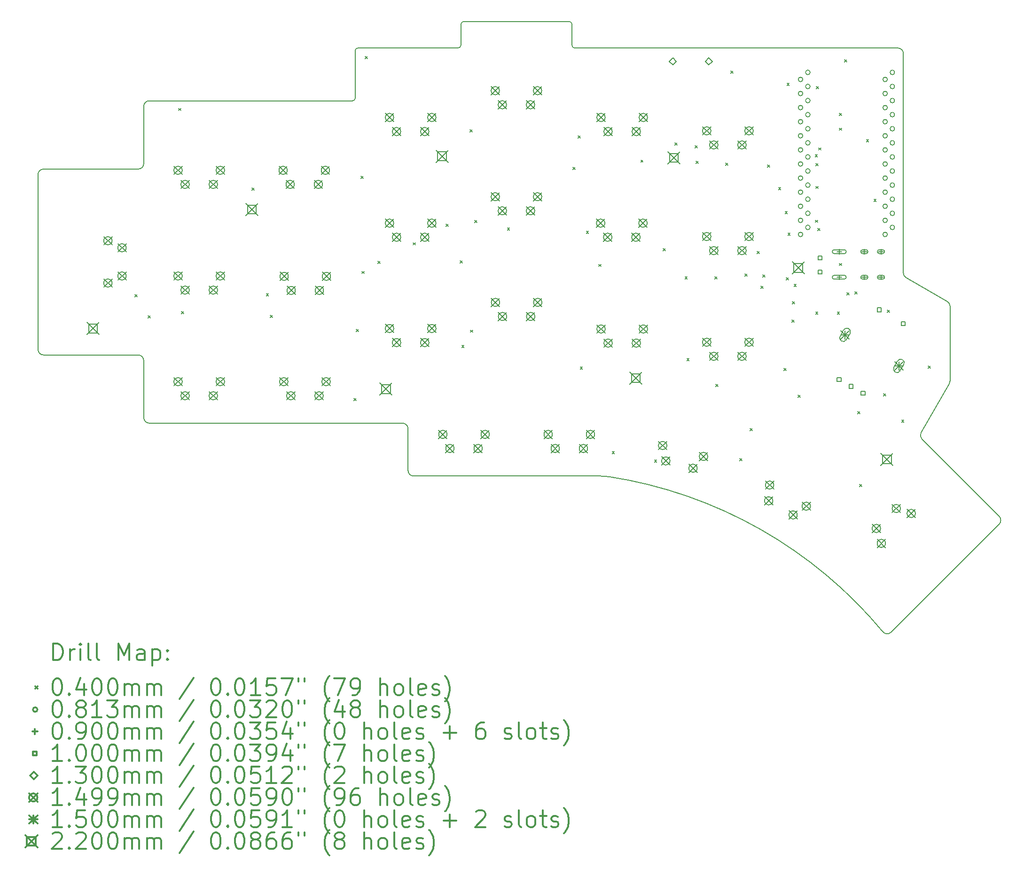
<source format=gbr>
%FSLAX45Y45*%
G04 Gerber Fmt 4.5, Leading zero omitted, Abs format (unit mm)*
G04 Created by KiCad (PCBNEW (5.1.10)-1) date 2021-10-25 12:31:12*
%MOMM*%
%LPD*%
G01*
G04 APERTURE LIST*
%TA.AperFunction,Profile*%
%ADD10C,0.200000*%
%TD*%
%ADD11C,0.200000*%
%ADD12C,0.300000*%
G04 APERTURE END LIST*
D10*
X18186981Y-4716550D02*
G75*
G02*
X18286981Y-4816550I0J-100000D01*
G01*
X18606860Y-11646825D02*
X19115012Y-10766605D01*
X18286981Y-8771303D02*
X18286981Y-4816550D01*
X19128407Y-10716608D02*
G75*
G02*
X19115012Y-10766605I-100000J0D01*
G01*
X19128407Y-10716608D02*
X19128407Y-9372537D01*
X9263380Y-11478950D02*
G75*
G02*
X9363380Y-11578950I0J-100000D01*
G01*
X18336984Y-8857907D02*
G75*
G02*
X18286981Y-8771303I49997J86604D01*
G01*
X19078404Y-9285933D02*
X18336984Y-8857907D01*
X19078404Y-9285933D02*
G75*
G02*
X19128407Y-9372537I-49997J-86604D01*
G01*
X18065265Y-15246491D02*
X20012846Y-13299225D01*
X18622749Y-11767528D02*
G75*
G02*
X18606860Y-11646825I70715J70706D01*
G01*
X20012856Y-13157803D02*
X18622749Y-11767528D01*
X18065265Y-15246491D02*
G75*
G02*
X17921144Y-15243672I-70705J70716D01*
G01*
X12830822Y-12432050D02*
G75*
G02*
X12983264Y-12443737I0J-1000000D01*
G01*
X4600880Y-10349580D02*
X4600880Y-11378950D01*
X9463380Y-12432050D02*
X12830822Y-12432050D01*
X12983264Y-12443737D02*
G75*
G02*
X17921144Y-15243672I-1219184J-7904233D01*
G01*
X9463380Y-12432050D02*
G75*
G02*
X9363380Y-12332050I0J100000D01*
G01*
X4700880Y-11478950D02*
G75*
G02*
X4600880Y-11378950I0J100000D01*
G01*
X4500880Y-10249580D02*
G75*
G02*
X4600880Y-10349580I0J-100000D01*
G01*
X9363380Y-11578950D02*
X9363380Y-12332050D01*
X4700880Y-11478950D02*
X9263380Y-11478950D01*
X20012856Y-13157803D02*
G75*
G02*
X20012846Y-13299225I-70714J-70706D01*
G01*
X12265810Y-4240250D02*
G75*
G02*
X12315810Y-4290250I0J-50000D01*
G01*
X10265880Y-4716550D02*
X8460880Y-4716550D01*
X10315880Y-4666550D02*
G75*
G02*
X10265880Y-4716550I-50000J0D01*
G01*
X10315880Y-4290250D02*
G75*
G02*
X10365880Y-4240250I50000J0D01*
G01*
X14270810Y-4716550D02*
X14190810Y-4716550D01*
X10315880Y-4290250D02*
X10315880Y-4666550D01*
X12265810Y-4240250D02*
X10365880Y-4240250D01*
X12315810Y-4666550D02*
X12315810Y-4290250D01*
X12365810Y-4716550D02*
G75*
G02*
X12315810Y-4666550I0J50000D01*
G01*
X14190810Y-4716550D02*
X12365810Y-4716550D01*
X15979650Y-4716550D02*
X14270810Y-4716550D01*
X18130910Y-4716550D02*
X15979650Y-4716550D01*
X18186981Y-4716550D02*
X18130910Y-4716550D01*
X8360880Y-5669020D02*
X5230350Y-5669020D01*
X8410880Y-5619020D02*
G75*
G02*
X8360880Y-5669020I-50000J0D01*
G01*
X8410880Y-4766550D02*
X8410880Y-5619020D01*
X8410880Y-4766550D02*
G75*
G02*
X8460880Y-4716550I50000J0D01*
G01*
X4600880Y-5769020D02*
G75*
G02*
X4700880Y-5669020I100000J0D01*
G01*
X2695875Y-6999580D02*
X2695875Y-10149580D01*
X2695875Y-6999580D02*
G75*
G02*
X2795875Y-6899580I100000J0D01*
G01*
X4600880Y-5769020D02*
X4600880Y-6799580D01*
X5230350Y-5669020D02*
X4700880Y-5669020D01*
X4500880Y-6899580D02*
X2795875Y-6899580D01*
X2795875Y-10249580D02*
G75*
G02*
X2695875Y-10149580I0J100000D01*
G01*
X2795875Y-10249580D02*
X4500880Y-10249580D01*
X4600880Y-6799580D02*
G75*
G02*
X4500880Y-6899580I-100000J0D01*
G01*
D11*
X4441980Y-9159900D02*
X4481980Y-9199900D01*
X4481980Y-9159900D02*
X4441980Y-9199900D01*
X4679000Y-9545640D02*
X4719000Y-9585640D01*
X4719000Y-9545640D02*
X4679000Y-9585640D01*
X5227640Y-5804220D02*
X5267640Y-5844220D01*
X5267640Y-5804220D02*
X5227640Y-5844220D01*
X5283520Y-9464360D02*
X5323520Y-9504360D01*
X5323520Y-9464360D02*
X5283520Y-9504360D01*
X6547900Y-7238060D02*
X6587900Y-7278060D01*
X6587900Y-7238060D02*
X6547900Y-7278060D01*
X6810120Y-9145620D02*
X6850120Y-9185620D01*
X6850120Y-9145620D02*
X6810120Y-9185620D01*
X6878640Y-9532940D02*
X6918640Y-9572940D01*
X6918640Y-9532940D02*
X6878640Y-9572940D01*
X8388880Y-11035540D02*
X8428880Y-11075540D01*
X8428880Y-11035540D02*
X8388880Y-11075540D01*
X8433120Y-9786940D02*
X8473120Y-9826940D01*
X8473120Y-9786940D02*
X8433120Y-9826940D01*
X8518050Y-7028130D02*
X8558050Y-7068130D01*
X8558050Y-7028130D02*
X8518050Y-7068130D01*
X8531530Y-8742510D02*
X8571530Y-8782510D01*
X8571530Y-8742510D02*
X8531530Y-8782510D01*
X8590600Y-4869500D02*
X8630600Y-4909500D01*
X8630600Y-4869500D02*
X8590600Y-4909500D01*
X8821740Y-8562660D02*
X8861740Y-8602660D01*
X8861740Y-8562660D02*
X8821740Y-8602660D01*
X9454580Y-8226040D02*
X9494580Y-8266040D01*
X9494580Y-8226040D02*
X9454580Y-8266040D01*
X10048560Y-7892100D02*
X10088560Y-7932100D01*
X10088560Y-7892100D02*
X10048560Y-7932100D01*
X10302560Y-8555040D02*
X10342560Y-8595040D01*
X10342560Y-8555040D02*
X10302560Y-8595040D01*
X10330500Y-10073960D02*
X10370500Y-10113960D01*
X10370500Y-10073960D02*
X10330500Y-10113960D01*
X10480140Y-6192590D02*
X10520140Y-6232590D01*
X10520140Y-6192590D02*
X10480140Y-6232590D01*
X10490290Y-9801680D02*
X10530290Y-9841680D01*
X10530290Y-9801680D02*
X10490290Y-9841680D01*
X10561640Y-7823520D02*
X10601640Y-7863520D01*
X10601640Y-7823520D02*
X10561640Y-7863520D01*
X11151710Y-7961070D02*
X11191710Y-8001070D01*
X11191710Y-7961070D02*
X11151710Y-8001070D01*
X12334560Y-6865940D02*
X12374560Y-6905940D01*
X12374560Y-6865940D02*
X12334560Y-6905940D01*
X12425710Y-6300570D02*
X12465710Y-6340570D01*
X12465710Y-6300570D02*
X12425710Y-6340570D01*
X12464100Y-10465120D02*
X12504100Y-10505120D01*
X12504100Y-10465120D02*
X12464100Y-10505120D01*
X12575860Y-8019100D02*
X12615860Y-8059100D01*
X12615860Y-8019100D02*
X12575860Y-8059100D01*
X12796840Y-8616000D02*
X12836840Y-8656000D01*
X12836840Y-8616000D02*
X12796840Y-8656000D01*
X13041120Y-11987930D02*
X13081120Y-12027930D01*
X13081120Y-11987930D02*
X13041120Y-12027930D01*
X13556380Y-6736510D02*
X13596380Y-6776510D01*
X13596380Y-6736510D02*
X13556380Y-6776510D01*
X13801960Y-12140120D02*
X13841960Y-12180120D01*
X13841960Y-12140120D02*
X13801960Y-12180120D01*
X13958150Y-8332390D02*
X13998150Y-8372390D01*
X13998150Y-8332390D02*
X13958150Y-8372390D01*
X14171390Y-6425540D02*
X14211390Y-6465540D01*
X14211390Y-6425540D02*
X14171390Y-6465540D01*
X14353860Y-8839520D02*
X14393860Y-8879520D01*
X14393860Y-8839520D02*
X14353860Y-8879520D01*
X14385630Y-10312030D02*
X14425630Y-10352030D01*
X14425630Y-10312030D02*
X14385630Y-10352030D01*
X14534200Y-6479860D02*
X14574200Y-6519860D01*
X14574200Y-6479860D02*
X14534200Y-6519860D01*
X14551980Y-6756720D02*
X14591980Y-6796720D01*
X14591980Y-6756720D02*
X14551980Y-6796720D01*
X14889800Y-8839520D02*
X14929800Y-8879520D01*
X14929800Y-8839520D02*
X14889800Y-8879520D01*
X14905040Y-10780080D02*
X14945040Y-10820080D01*
X14945040Y-10780080D02*
X14905040Y-10820080D01*
X15082840Y-6789740D02*
X15122840Y-6829740D01*
X15122840Y-6789740D02*
X15082840Y-6829740D01*
X15181240Y-5128540D02*
X15221240Y-5168540D01*
X15221240Y-5128540D02*
X15181240Y-5168540D01*
X15341920Y-12118660D02*
X15381920Y-12158660D01*
X15381920Y-12118660D02*
X15341920Y-12158660D01*
X15432200Y-8787019D02*
X15472200Y-8827019D01*
X15472200Y-8787019D02*
X15432200Y-8827019D01*
X15525290Y-11574450D02*
X15565290Y-11614450D01*
X15565290Y-11574450D02*
X15525290Y-11614450D01*
X15651800Y-8382320D02*
X15691800Y-8422320D01*
X15691800Y-8382320D02*
X15651800Y-8422320D01*
X15718260Y-9008230D02*
X15758260Y-9048230D01*
X15758260Y-9008230D02*
X15718260Y-9048230D01*
X15752003Y-8805891D02*
X15792003Y-8845891D01*
X15792003Y-8805891D02*
X15752003Y-8845891D01*
X15839760Y-6827840D02*
X15879760Y-6867840D01*
X15879760Y-6827840D02*
X15839760Y-6867840D01*
X16037880Y-7234240D02*
X16077880Y-7274240D01*
X16077880Y-7234240D02*
X16037880Y-7274240D01*
X16134400Y-10490520D02*
X16174400Y-10530520D01*
X16174400Y-10490520D02*
X16134400Y-10530520D01*
X16156780Y-7662670D02*
X16196780Y-7702670D01*
X16196780Y-7662670D02*
X16156780Y-7702670D01*
X16176470Y-8858220D02*
X16216470Y-8898220D01*
X16216470Y-8858220D02*
X16176470Y-8898220D01*
X16189220Y-5353160D02*
X16229220Y-5393160D01*
X16229220Y-5353160D02*
X16189220Y-5393160D01*
X16207230Y-8052270D02*
X16247230Y-8092270D01*
X16247230Y-8052270D02*
X16207230Y-8092270D01*
X16281700Y-9617170D02*
X16321700Y-9657170D01*
X16321700Y-9617170D02*
X16281700Y-9657170D01*
X16289340Y-9286560D02*
X16329340Y-9326560D01*
X16329340Y-9286560D02*
X16289340Y-9326560D01*
X16317280Y-8974140D02*
X16357280Y-9014140D01*
X16357280Y-8974140D02*
X16317280Y-9014140D01*
X16390510Y-10973400D02*
X16430510Y-11013400D01*
X16430510Y-10973400D02*
X16390510Y-11013400D01*
X16697690Y-6638690D02*
X16737690Y-6678690D01*
X16737690Y-6638690D02*
X16697690Y-6678690D01*
X16699800Y-7818710D02*
X16739800Y-7858710D01*
X16739800Y-7818710D02*
X16699800Y-7858710D01*
X16706920Y-9473510D02*
X16746920Y-9513510D01*
X16746920Y-9473510D02*
X16706920Y-9513510D01*
X16708700Y-7211250D02*
X16748700Y-7251250D01*
X16748700Y-7211250D02*
X16708700Y-7251250D01*
X16712060Y-6802110D02*
X16752060Y-6842110D01*
X16752060Y-6802110D02*
X16712060Y-6842110D01*
X16721360Y-5408160D02*
X16761360Y-5448160D01*
X16761360Y-5408160D02*
X16721360Y-5448160D01*
X16742900Y-7968220D02*
X16782900Y-8008220D01*
X16782900Y-7968220D02*
X16742900Y-8008220D01*
X16759650Y-6516170D02*
X16799650Y-6556170D01*
X16799650Y-6516170D02*
X16759650Y-6556170D01*
X17097060Y-9471980D02*
X17137060Y-9511980D01*
X17137060Y-9471980D02*
X17097060Y-9511980D01*
X17132620Y-5895660D02*
X17172620Y-5935660D01*
X17172620Y-5895660D02*
X17132620Y-5935660D01*
X17135160Y-6159820D02*
X17175160Y-6199820D01*
X17175160Y-6159820D02*
X17135160Y-6199820D01*
X17135160Y-8598220D02*
X17175160Y-8638220D01*
X17175160Y-8598220D02*
X17135160Y-8638220D01*
X17226600Y-4927920D02*
X17266600Y-4967920D01*
X17266600Y-4927920D02*
X17226600Y-4967920D01*
X17272320Y-9129080D02*
X17312320Y-9169080D01*
X17312320Y-9129080D02*
X17272320Y-9169080D01*
X17414910Y-9110020D02*
X17454910Y-9150020D01*
X17454910Y-9110020D02*
X17414910Y-9150020D01*
X17462820Y-11267760D02*
X17502820Y-11307760D01*
X17502820Y-11267760D02*
X17462820Y-11307760D01*
X17498380Y-12580940D02*
X17538380Y-12620940D01*
X17538380Y-12580940D02*
X17498380Y-12620940D01*
X17620970Y-6368210D02*
X17660970Y-6408210D01*
X17660970Y-6368210D02*
X17620970Y-6408210D01*
X17756330Y-7443910D02*
X17796330Y-7483910D01*
X17796330Y-7443910D02*
X17756330Y-7483910D01*
X17930180Y-10945180D02*
X17970180Y-10985180D01*
X17970180Y-10945180D02*
X17930180Y-10985180D01*
X17996390Y-9442320D02*
X18036390Y-9482320D01*
X18036390Y-9442320D02*
X17996390Y-9482320D01*
X18256130Y-11424550D02*
X18296130Y-11464550D01*
X18296130Y-11424550D02*
X18256130Y-11464550D01*
X18735360Y-10447340D02*
X18775360Y-10487340D01*
X18775360Y-10447340D02*
X18735360Y-10487340D01*
X16474440Y-5283200D02*
G75*
G03*
X16474440Y-5283200I-40640J0D01*
G01*
X16474440Y-5537200D02*
G75*
G03*
X16474440Y-5537200I-40640J0D01*
G01*
X16474440Y-5791200D02*
G75*
G03*
X16474440Y-5791200I-40640J0D01*
G01*
X16474440Y-6045200D02*
G75*
G03*
X16474440Y-6045200I-40640J0D01*
G01*
X16474440Y-6299200D02*
G75*
G03*
X16474440Y-6299200I-40640J0D01*
G01*
X16474440Y-6553200D02*
G75*
G03*
X16474440Y-6553200I-40640J0D01*
G01*
X16474440Y-6807200D02*
G75*
G03*
X16474440Y-6807200I-40640J0D01*
G01*
X16474440Y-7061200D02*
G75*
G03*
X16474440Y-7061200I-40640J0D01*
G01*
X16474440Y-7315200D02*
G75*
G03*
X16474440Y-7315200I-40640J0D01*
G01*
X16474440Y-7569200D02*
G75*
G03*
X16474440Y-7569200I-40640J0D01*
G01*
X16474440Y-7823200D02*
G75*
G03*
X16474440Y-7823200I-40640J0D01*
G01*
X16474440Y-8077200D02*
G75*
G03*
X16474440Y-8077200I-40640J0D01*
G01*
X16607080Y-5156200D02*
G75*
G03*
X16607080Y-5156200I-40640J0D01*
G01*
X16607080Y-5410200D02*
G75*
G03*
X16607080Y-5410200I-40640J0D01*
G01*
X16607080Y-5664200D02*
G75*
G03*
X16607080Y-5664200I-40640J0D01*
G01*
X16607080Y-5918200D02*
G75*
G03*
X16607080Y-5918200I-40640J0D01*
G01*
X16607080Y-6172200D02*
G75*
G03*
X16607080Y-6172200I-40640J0D01*
G01*
X16607080Y-6426200D02*
G75*
G03*
X16607080Y-6426200I-40640J0D01*
G01*
X16607080Y-6680200D02*
G75*
G03*
X16607080Y-6680200I-40640J0D01*
G01*
X16607080Y-6934200D02*
G75*
G03*
X16607080Y-6934200I-40640J0D01*
G01*
X16607080Y-7188200D02*
G75*
G03*
X16607080Y-7188200I-40640J0D01*
G01*
X16607080Y-7442200D02*
G75*
G03*
X16607080Y-7442200I-40640J0D01*
G01*
X16607080Y-7696200D02*
G75*
G03*
X16607080Y-7696200I-40640J0D01*
G01*
X16607080Y-7950200D02*
G75*
G03*
X16607080Y-7950200I-40640J0D01*
G01*
X17998440Y-5283200D02*
G75*
G03*
X17998440Y-5283200I-40640J0D01*
G01*
X17998440Y-5537200D02*
G75*
G03*
X17998440Y-5537200I-40640J0D01*
G01*
X17998440Y-5791200D02*
G75*
G03*
X17998440Y-5791200I-40640J0D01*
G01*
X17998440Y-6045200D02*
G75*
G03*
X17998440Y-6045200I-40640J0D01*
G01*
X17998440Y-6299200D02*
G75*
G03*
X17998440Y-6299200I-40640J0D01*
G01*
X17998440Y-6553200D02*
G75*
G03*
X17998440Y-6553200I-40640J0D01*
G01*
X17998440Y-6807200D02*
G75*
G03*
X17998440Y-6807200I-40640J0D01*
G01*
X17998440Y-7061200D02*
G75*
G03*
X17998440Y-7061200I-40640J0D01*
G01*
X17998440Y-7315200D02*
G75*
G03*
X17998440Y-7315200I-40640J0D01*
G01*
X17998440Y-7569200D02*
G75*
G03*
X17998440Y-7569200I-40640J0D01*
G01*
X17998440Y-7823200D02*
G75*
G03*
X17998440Y-7823200I-40640J0D01*
G01*
X17998440Y-8077200D02*
G75*
G03*
X17998440Y-8077200I-40640J0D01*
G01*
X18129080Y-5156200D02*
G75*
G03*
X18129080Y-5156200I-40640J0D01*
G01*
X18129080Y-5410200D02*
G75*
G03*
X18129080Y-5410200I-40640J0D01*
G01*
X18129080Y-5664200D02*
G75*
G03*
X18129080Y-5664200I-40640J0D01*
G01*
X18129080Y-5918200D02*
G75*
G03*
X18129080Y-5918200I-40640J0D01*
G01*
X18129080Y-6172200D02*
G75*
G03*
X18129080Y-6172200I-40640J0D01*
G01*
X18129080Y-6426200D02*
G75*
G03*
X18129080Y-6426200I-40640J0D01*
G01*
X18129080Y-6680200D02*
G75*
G03*
X18129080Y-6680200I-40640J0D01*
G01*
X18129080Y-6934200D02*
G75*
G03*
X18129080Y-6934200I-40640J0D01*
G01*
X18129080Y-7188200D02*
G75*
G03*
X18129080Y-7188200I-40640J0D01*
G01*
X18129080Y-7442200D02*
G75*
G03*
X18129080Y-7442200I-40640J0D01*
G01*
X18129080Y-7696200D02*
G75*
G03*
X18129080Y-7696200I-40640J0D01*
G01*
X18129080Y-7950200D02*
G75*
G03*
X18129080Y-7950200I-40640J0D01*
G01*
X17132300Y-8343350D02*
X17132300Y-8433350D01*
X17087300Y-8388350D02*
X17177300Y-8388350D01*
X17222300Y-8353350D02*
X17042300Y-8353350D01*
X17222300Y-8423350D02*
X17042300Y-8423350D01*
X17042300Y-8353350D02*
G75*
G03*
X17042300Y-8423350I0J-35000D01*
G01*
X17222300Y-8423350D02*
G75*
G03*
X17222300Y-8353350I0J35000D01*
G01*
X17132300Y-8803725D02*
X17132300Y-8893725D01*
X17087300Y-8848725D02*
X17177300Y-8848725D01*
X17222300Y-8813725D02*
X17042300Y-8813725D01*
X17222300Y-8883725D02*
X17042300Y-8883725D01*
X17042300Y-8813725D02*
G75*
G03*
X17042300Y-8883725I0J-35000D01*
G01*
X17222300Y-8883725D02*
G75*
G03*
X17222300Y-8813725I0J35000D01*
G01*
X17584050Y-8343350D02*
X17584050Y-8433350D01*
X17539050Y-8388350D02*
X17629050Y-8388350D01*
X17614050Y-8353350D02*
X17554050Y-8353350D01*
X17614050Y-8423350D02*
X17554050Y-8423350D01*
X17554050Y-8353350D02*
G75*
G03*
X17554050Y-8423350I0J-35000D01*
G01*
X17614050Y-8423350D02*
G75*
G03*
X17614050Y-8353350I0J35000D01*
G01*
X17584050Y-8803725D02*
X17584050Y-8893725D01*
X17539050Y-8848725D02*
X17629050Y-8848725D01*
X17614050Y-8813725D02*
X17554050Y-8813725D01*
X17614050Y-8883725D02*
X17554050Y-8883725D01*
X17554050Y-8813725D02*
G75*
G03*
X17554050Y-8883725I0J-35000D01*
G01*
X17614050Y-8883725D02*
G75*
G03*
X17614050Y-8813725I0J35000D01*
G01*
X17884050Y-8343350D02*
X17884050Y-8433350D01*
X17839050Y-8388350D02*
X17929050Y-8388350D01*
X17914050Y-8353350D02*
X17854050Y-8353350D01*
X17914050Y-8423350D02*
X17854050Y-8423350D01*
X17854050Y-8353350D02*
G75*
G03*
X17854050Y-8423350I0J-35000D01*
G01*
X17914050Y-8423350D02*
G75*
G03*
X17914050Y-8353350I0J35000D01*
G01*
X17884050Y-8803725D02*
X17884050Y-8893725D01*
X17839050Y-8848725D02*
X17929050Y-8848725D01*
X17914050Y-8813725D02*
X17854050Y-8813725D01*
X17914050Y-8883725D02*
X17854050Y-8883725D01*
X17854050Y-8813725D02*
G75*
G03*
X17854050Y-8883725I0J-35000D01*
G01*
X17914050Y-8883725D02*
G75*
G03*
X17914050Y-8813725I0J35000D01*
G01*
X16822256Y-8536736D02*
X16822256Y-8466024D01*
X16751544Y-8466024D01*
X16751544Y-8536736D01*
X16822256Y-8536736D01*
X16822256Y-8790736D02*
X16822256Y-8720024D01*
X16751544Y-8720024D01*
X16751544Y-8790736D01*
X16822256Y-8790736D01*
X17164356Y-10726456D02*
X17164356Y-10655744D01*
X17093644Y-10655744D01*
X17093644Y-10726456D01*
X17164356Y-10726456D01*
X17380862Y-10851456D02*
X17380862Y-10780744D01*
X17310151Y-10780744D01*
X17310151Y-10851456D01*
X17380862Y-10851456D01*
X17597368Y-10976456D02*
X17597368Y-10905744D01*
X17526657Y-10905744D01*
X17526657Y-10976456D01*
X17597368Y-10976456D01*
X17889356Y-9470719D02*
X17889356Y-9400008D01*
X17818644Y-9400008D01*
X17818644Y-9470719D01*
X17889356Y-9470719D01*
X18322368Y-9720719D02*
X18322368Y-9650008D01*
X18251657Y-9650008D01*
X18251657Y-9720719D01*
X18322368Y-9720719D01*
X14132700Y-5023080D02*
X14197700Y-4958080D01*
X14132700Y-4893080D01*
X14067700Y-4958080D01*
X14132700Y-5023080D01*
X14782700Y-5023080D02*
X14847700Y-4958080D01*
X14782700Y-4893080D01*
X14717700Y-4958080D01*
X14782700Y-5023080D01*
X3881120Y-8116570D02*
X4030980Y-8266430D01*
X4030980Y-8116570D02*
X3881120Y-8266430D01*
X4030980Y-8191500D02*
G75*
G03*
X4030980Y-8191500I-74930J0D01*
G01*
X3881120Y-8878570D02*
X4030980Y-9028430D01*
X4030980Y-8878570D02*
X3881120Y-9028430D01*
X4030980Y-8953500D02*
G75*
G03*
X4030980Y-8953500I-74930J0D01*
G01*
X4135120Y-8243570D02*
X4284980Y-8393430D01*
X4284980Y-8243570D02*
X4135120Y-8393430D01*
X4284980Y-8318500D02*
G75*
G03*
X4284980Y-8318500I-74930J0D01*
G01*
X4135120Y-8751570D02*
X4284980Y-8901430D01*
X4284980Y-8751570D02*
X4135120Y-8901430D01*
X4284980Y-8826500D02*
G75*
G03*
X4284980Y-8826500I-74930J0D01*
G01*
X5144770Y-6846570D02*
X5294630Y-6996430D01*
X5294630Y-6846570D02*
X5144770Y-6996430D01*
X5294630Y-6921500D02*
G75*
G03*
X5294630Y-6921500I-74930J0D01*
G01*
X5144770Y-8751570D02*
X5294630Y-8901430D01*
X5294630Y-8751570D02*
X5144770Y-8901430D01*
X5294630Y-8826500D02*
G75*
G03*
X5294630Y-8826500I-74930J0D01*
G01*
X5144770Y-10656570D02*
X5294630Y-10806430D01*
X5294630Y-10656570D02*
X5144770Y-10806430D01*
X5294630Y-10731500D02*
G75*
G03*
X5294630Y-10731500I-74930J0D01*
G01*
X5271770Y-7100570D02*
X5421630Y-7250430D01*
X5421630Y-7100570D02*
X5271770Y-7250430D01*
X5421630Y-7175500D02*
G75*
G03*
X5421630Y-7175500I-74930J0D01*
G01*
X5271770Y-9005570D02*
X5421630Y-9155430D01*
X5421630Y-9005570D02*
X5271770Y-9155430D01*
X5421630Y-9080500D02*
G75*
G03*
X5421630Y-9080500I-74930J0D01*
G01*
X5271770Y-10910570D02*
X5421630Y-11060430D01*
X5421630Y-10910570D02*
X5271770Y-11060430D01*
X5421630Y-10985500D02*
G75*
G03*
X5421630Y-10985500I-74930J0D01*
G01*
X5779770Y-7100570D02*
X5929630Y-7250430D01*
X5929630Y-7100570D02*
X5779770Y-7250430D01*
X5929630Y-7175500D02*
G75*
G03*
X5929630Y-7175500I-74930J0D01*
G01*
X5779770Y-9005570D02*
X5929630Y-9155430D01*
X5929630Y-9005570D02*
X5779770Y-9155430D01*
X5929630Y-9080500D02*
G75*
G03*
X5929630Y-9080500I-74930J0D01*
G01*
X5779770Y-10910570D02*
X5929630Y-11060430D01*
X5929630Y-10910570D02*
X5779770Y-11060430D01*
X5929630Y-10985500D02*
G75*
G03*
X5929630Y-10985500I-74930J0D01*
G01*
X5906770Y-6846570D02*
X6056630Y-6996430D01*
X6056630Y-6846570D02*
X5906770Y-6996430D01*
X6056630Y-6921500D02*
G75*
G03*
X6056630Y-6921500I-74930J0D01*
G01*
X5906770Y-8751570D02*
X6056630Y-8901430D01*
X6056630Y-8751570D02*
X5906770Y-8901430D01*
X6056630Y-8826500D02*
G75*
G03*
X6056630Y-8826500I-74930J0D01*
G01*
X5906770Y-10656570D02*
X6056630Y-10806430D01*
X6056630Y-10656570D02*
X5906770Y-10806430D01*
X6056630Y-10731500D02*
G75*
G03*
X6056630Y-10731500I-74930J0D01*
G01*
X7037070Y-6846570D02*
X7186930Y-6996430D01*
X7186930Y-6846570D02*
X7037070Y-6996430D01*
X7186930Y-6921500D02*
G75*
G03*
X7186930Y-6921500I-74930J0D01*
G01*
X7049770Y-10656570D02*
X7199630Y-10806430D01*
X7199630Y-10656570D02*
X7049770Y-10806430D01*
X7199630Y-10731500D02*
G75*
G03*
X7199630Y-10731500I-74930J0D01*
G01*
X7056120Y-8757920D02*
X7205980Y-8907780D01*
X7205980Y-8757920D02*
X7056120Y-8907780D01*
X7205980Y-8832850D02*
G75*
G03*
X7205980Y-8832850I-74930J0D01*
G01*
X7164070Y-7100570D02*
X7313930Y-7250430D01*
X7313930Y-7100570D02*
X7164070Y-7250430D01*
X7313930Y-7175500D02*
G75*
G03*
X7313930Y-7175500I-74930J0D01*
G01*
X7176770Y-10910570D02*
X7326630Y-11060430D01*
X7326630Y-10910570D02*
X7176770Y-11060430D01*
X7326630Y-10985500D02*
G75*
G03*
X7326630Y-10985500I-74930J0D01*
G01*
X7183120Y-9011920D02*
X7332980Y-9161780D01*
X7332980Y-9011920D02*
X7183120Y-9161780D01*
X7332980Y-9086850D02*
G75*
G03*
X7332980Y-9086850I-74930J0D01*
G01*
X7672070Y-7100570D02*
X7821930Y-7250430D01*
X7821930Y-7100570D02*
X7672070Y-7250430D01*
X7821930Y-7175500D02*
G75*
G03*
X7821930Y-7175500I-74930J0D01*
G01*
X7684770Y-10910570D02*
X7834630Y-11060430D01*
X7834630Y-10910570D02*
X7684770Y-11060430D01*
X7834630Y-10985500D02*
G75*
G03*
X7834630Y-10985500I-74930J0D01*
G01*
X7691120Y-9011920D02*
X7840980Y-9161780D01*
X7840980Y-9011920D02*
X7691120Y-9161780D01*
X7840980Y-9086850D02*
G75*
G03*
X7840980Y-9086850I-74930J0D01*
G01*
X7799070Y-6846570D02*
X7948930Y-6996430D01*
X7948930Y-6846570D02*
X7799070Y-6996430D01*
X7948930Y-6921500D02*
G75*
G03*
X7948930Y-6921500I-74930J0D01*
G01*
X7811770Y-10656570D02*
X7961630Y-10806430D01*
X7961630Y-10656570D02*
X7811770Y-10806430D01*
X7961630Y-10731500D02*
G75*
G03*
X7961630Y-10731500I-74930J0D01*
G01*
X7818120Y-8757920D02*
X7967980Y-8907780D01*
X7967980Y-8757920D02*
X7818120Y-8907780D01*
X7967980Y-8832850D02*
G75*
G03*
X7967980Y-8832850I-74930J0D01*
G01*
X8954770Y-5894070D02*
X9104630Y-6043930D01*
X9104630Y-5894070D02*
X8954770Y-6043930D01*
X9104630Y-5969000D02*
G75*
G03*
X9104630Y-5969000I-74930J0D01*
G01*
X8954770Y-7799070D02*
X9104630Y-7948930D01*
X9104630Y-7799070D02*
X8954770Y-7948930D01*
X9104630Y-7874000D02*
G75*
G03*
X9104630Y-7874000I-74930J0D01*
G01*
X8954770Y-9697720D02*
X9104630Y-9847580D01*
X9104630Y-9697720D02*
X8954770Y-9847580D01*
X9104630Y-9772650D02*
G75*
G03*
X9104630Y-9772650I-74930J0D01*
G01*
X9081770Y-6148070D02*
X9231630Y-6297930D01*
X9231630Y-6148070D02*
X9081770Y-6297930D01*
X9231630Y-6223000D02*
G75*
G03*
X9231630Y-6223000I-74930J0D01*
G01*
X9081770Y-8053070D02*
X9231630Y-8202930D01*
X9231630Y-8053070D02*
X9081770Y-8202930D01*
X9231630Y-8128000D02*
G75*
G03*
X9231630Y-8128000I-74930J0D01*
G01*
X9081770Y-9951720D02*
X9231630Y-10101580D01*
X9231630Y-9951720D02*
X9081770Y-10101580D01*
X9231630Y-10026650D02*
G75*
G03*
X9231630Y-10026650I-74930J0D01*
G01*
X9589770Y-6148070D02*
X9739630Y-6297930D01*
X9739630Y-6148070D02*
X9589770Y-6297930D01*
X9739630Y-6223000D02*
G75*
G03*
X9739630Y-6223000I-74930J0D01*
G01*
X9589770Y-8053070D02*
X9739630Y-8202930D01*
X9739630Y-8053070D02*
X9589770Y-8202930D01*
X9739630Y-8128000D02*
G75*
G03*
X9739630Y-8128000I-74930J0D01*
G01*
X9589770Y-9951720D02*
X9739630Y-10101580D01*
X9739630Y-9951720D02*
X9589770Y-10101580D01*
X9739630Y-10026650D02*
G75*
G03*
X9739630Y-10026650I-74930J0D01*
G01*
X9716770Y-5894070D02*
X9866630Y-6043930D01*
X9866630Y-5894070D02*
X9716770Y-6043930D01*
X9866630Y-5969000D02*
G75*
G03*
X9866630Y-5969000I-74930J0D01*
G01*
X9716770Y-7799070D02*
X9866630Y-7948930D01*
X9866630Y-7799070D02*
X9716770Y-7948930D01*
X9866630Y-7874000D02*
G75*
G03*
X9866630Y-7874000I-74930J0D01*
G01*
X9716770Y-9697720D02*
X9866630Y-9847580D01*
X9866630Y-9697720D02*
X9716770Y-9847580D01*
X9866630Y-9772650D02*
G75*
G03*
X9866630Y-9772650I-74930J0D01*
G01*
X9914870Y-11606570D02*
X10064730Y-11756430D01*
X10064730Y-11606570D02*
X9914870Y-11756430D01*
X10064730Y-11681500D02*
G75*
G03*
X10064730Y-11681500I-74930J0D01*
G01*
X10041870Y-11860570D02*
X10191730Y-12010430D01*
X10191730Y-11860570D02*
X10041870Y-12010430D01*
X10191730Y-11935500D02*
G75*
G03*
X10191730Y-11935500I-74930J0D01*
G01*
X10549870Y-11860570D02*
X10699730Y-12010430D01*
X10699730Y-11860570D02*
X10549870Y-12010430D01*
X10699730Y-11935500D02*
G75*
G03*
X10699730Y-11935500I-74930J0D01*
G01*
X10676870Y-11606570D02*
X10826730Y-11756430D01*
X10826730Y-11606570D02*
X10676870Y-11756430D01*
X10826730Y-11681500D02*
G75*
G03*
X10826730Y-11681500I-74930J0D01*
G01*
X10859770Y-5411470D02*
X11009630Y-5561330D01*
X11009630Y-5411470D02*
X10859770Y-5561330D01*
X11009630Y-5486400D02*
G75*
G03*
X11009630Y-5486400I-74930J0D01*
G01*
X10859770Y-7322820D02*
X11009630Y-7472680D01*
X11009630Y-7322820D02*
X10859770Y-7472680D01*
X11009630Y-7397750D02*
G75*
G03*
X11009630Y-7397750I-74930J0D01*
G01*
X10862770Y-9227060D02*
X11012630Y-9376920D01*
X11012630Y-9227060D02*
X10862770Y-9376920D01*
X11012630Y-9301990D02*
G75*
G03*
X11012630Y-9301990I-74930J0D01*
G01*
X10986770Y-5665470D02*
X11136630Y-5815330D01*
X11136630Y-5665470D02*
X10986770Y-5815330D01*
X11136630Y-5740400D02*
G75*
G03*
X11136630Y-5740400I-74930J0D01*
G01*
X10986770Y-7576820D02*
X11136630Y-7726680D01*
X11136630Y-7576820D02*
X10986770Y-7726680D01*
X11136630Y-7651750D02*
G75*
G03*
X11136630Y-7651750I-74930J0D01*
G01*
X10989770Y-9481060D02*
X11139630Y-9630920D01*
X11139630Y-9481060D02*
X10989770Y-9630920D01*
X11139630Y-9555990D02*
G75*
G03*
X11139630Y-9555990I-74930J0D01*
G01*
X11494770Y-5665470D02*
X11644630Y-5815330D01*
X11644630Y-5665470D02*
X11494770Y-5815330D01*
X11644630Y-5740400D02*
G75*
G03*
X11644630Y-5740400I-74930J0D01*
G01*
X11494770Y-7576820D02*
X11644630Y-7726680D01*
X11644630Y-7576820D02*
X11494770Y-7726680D01*
X11644630Y-7651750D02*
G75*
G03*
X11644630Y-7651750I-74930J0D01*
G01*
X11497770Y-9481060D02*
X11647630Y-9630920D01*
X11647630Y-9481060D02*
X11497770Y-9630920D01*
X11647630Y-9555990D02*
G75*
G03*
X11647630Y-9555990I-74930J0D01*
G01*
X11621770Y-5411470D02*
X11771630Y-5561330D01*
X11771630Y-5411470D02*
X11621770Y-5561330D01*
X11771630Y-5486400D02*
G75*
G03*
X11771630Y-5486400I-74930J0D01*
G01*
X11621770Y-7322820D02*
X11771630Y-7472680D01*
X11771630Y-7322820D02*
X11621770Y-7472680D01*
X11771630Y-7397750D02*
G75*
G03*
X11771630Y-7397750I-74930J0D01*
G01*
X11624770Y-9227060D02*
X11774630Y-9376920D01*
X11774630Y-9227060D02*
X11624770Y-9376920D01*
X11774630Y-9301990D02*
G75*
G03*
X11774630Y-9301990I-74930J0D01*
G01*
X11812270Y-11606570D02*
X11962130Y-11756430D01*
X11962130Y-11606570D02*
X11812270Y-11756430D01*
X11962130Y-11681500D02*
G75*
G03*
X11962130Y-11681500I-74930J0D01*
G01*
X11939270Y-11860570D02*
X12089130Y-12010430D01*
X12089130Y-11860570D02*
X11939270Y-12010430D01*
X12089130Y-11935500D02*
G75*
G03*
X12089130Y-11935500I-74930J0D01*
G01*
X12447270Y-11860570D02*
X12597130Y-12010430D01*
X12597130Y-11860570D02*
X12447270Y-12010430D01*
X12597130Y-11935500D02*
G75*
G03*
X12597130Y-11935500I-74930J0D01*
G01*
X12574270Y-11606570D02*
X12724130Y-11756430D01*
X12724130Y-11606570D02*
X12574270Y-11756430D01*
X12724130Y-11681500D02*
G75*
G03*
X12724130Y-11681500I-74930J0D01*
G01*
X12758470Y-7799070D02*
X12908330Y-7948930D01*
X12908330Y-7799070D02*
X12758470Y-7948930D01*
X12908330Y-7874000D02*
G75*
G03*
X12908330Y-7874000I-74930J0D01*
G01*
X12764770Y-5894070D02*
X12914630Y-6043930D01*
X12914630Y-5894070D02*
X12764770Y-6043930D01*
X12914630Y-5969000D02*
G75*
G03*
X12914630Y-5969000I-74930J0D01*
G01*
X12765270Y-9707120D02*
X12915130Y-9856980D01*
X12915130Y-9707120D02*
X12765270Y-9856980D01*
X12915130Y-9782050D02*
G75*
G03*
X12915130Y-9782050I-74930J0D01*
G01*
X12885470Y-8053070D02*
X13035330Y-8202930D01*
X13035330Y-8053070D02*
X12885470Y-8202930D01*
X13035330Y-8128000D02*
G75*
G03*
X13035330Y-8128000I-74930J0D01*
G01*
X12891770Y-6148070D02*
X13041630Y-6297930D01*
X13041630Y-6148070D02*
X12891770Y-6297930D01*
X13041630Y-6223000D02*
G75*
G03*
X13041630Y-6223000I-74930J0D01*
G01*
X12892270Y-9961120D02*
X13042130Y-10110980D01*
X13042130Y-9961120D02*
X12892270Y-10110980D01*
X13042130Y-10036050D02*
G75*
G03*
X13042130Y-10036050I-74930J0D01*
G01*
X13393470Y-8053070D02*
X13543330Y-8202930D01*
X13543330Y-8053070D02*
X13393470Y-8202930D01*
X13543330Y-8128000D02*
G75*
G03*
X13543330Y-8128000I-74930J0D01*
G01*
X13399770Y-6148070D02*
X13549630Y-6297930D01*
X13549630Y-6148070D02*
X13399770Y-6297930D01*
X13549630Y-6223000D02*
G75*
G03*
X13549630Y-6223000I-74930J0D01*
G01*
X13400270Y-9961120D02*
X13550130Y-10110980D01*
X13550130Y-9961120D02*
X13400270Y-10110980D01*
X13550130Y-10036050D02*
G75*
G03*
X13550130Y-10036050I-74930J0D01*
G01*
X13520470Y-7799070D02*
X13670330Y-7948930D01*
X13670330Y-7799070D02*
X13520470Y-7948930D01*
X13670330Y-7874000D02*
G75*
G03*
X13670330Y-7874000I-74930J0D01*
G01*
X13526770Y-5894070D02*
X13676630Y-6043930D01*
X13676630Y-5894070D02*
X13526770Y-6043930D01*
X13676630Y-5969000D02*
G75*
G03*
X13676630Y-5969000I-74930J0D01*
G01*
X13527270Y-9707120D02*
X13677130Y-9856980D01*
X13677130Y-9707120D02*
X13527270Y-9856980D01*
X13677130Y-9782050D02*
G75*
G03*
X13677130Y-9782050I-74930J0D01*
G01*
X13875312Y-11806605D02*
X14025172Y-11956465D01*
X14025172Y-11806605D02*
X13875312Y-11956465D01*
X14025172Y-11881535D02*
G75*
G03*
X14025172Y-11881535I-74930J0D01*
G01*
X13932245Y-12084820D02*
X14082105Y-12234680D01*
X14082105Y-12084820D02*
X13932245Y-12234680D01*
X14082105Y-12159750D02*
G75*
G03*
X14082105Y-12159750I-74930J0D01*
G01*
X14422935Y-12216300D02*
X14572795Y-12366160D01*
X14572795Y-12216300D02*
X14422935Y-12366160D01*
X14572795Y-12291230D02*
G75*
G03*
X14572795Y-12291230I-74930J0D01*
G01*
X14611348Y-12003825D02*
X14761208Y-12153685D01*
X14761208Y-12003825D02*
X14611348Y-12153685D01*
X14761208Y-12078755D02*
G75*
G03*
X14761208Y-12078755I-74930J0D01*
G01*
X14669770Y-6135370D02*
X14819630Y-6285230D01*
X14819630Y-6135370D02*
X14669770Y-6285230D01*
X14819630Y-6210300D02*
G75*
G03*
X14819630Y-6210300I-74930J0D01*
G01*
X14669770Y-8040370D02*
X14819630Y-8190230D01*
X14819630Y-8040370D02*
X14669770Y-8190230D01*
X14819630Y-8115300D02*
G75*
G03*
X14819630Y-8115300I-74930J0D01*
G01*
X14669770Y-9945370D02*
X14819630Y-10095230D01*
X14819630Y-9945370D02*
X14669770Y-10095230D01*
X14819630Y-10020300D02*
G75*
G03*
X14819630Y-10020300I-74930J0D01*
G01*
X14796770Y-6389370D02*
X14946630Y-6539230D01*
X14946630Y-6389370D02*
X14796770Y-6539230D01*
X14946630Y-6464300D02*
G75*
G03*
X14946630Y-6464300I-74930J0D01*
G01*
X14796770Y-8294370D02*
X14946630Y-8444230D01*
X14946630Y-8294370D02*
X14796770Y-8444230D01*
X14946630Y-8369300D02*
G75*
G03*
X14946630Y-8369300I-74930J0D01*
G01*
X14796770Y-10199370D02*
X14946630Y-10349230D01*
X14946630Y-10199370D02*
X14796770Y-10349230D01*
X14946630Y-10274300D02*
G75*
G03*
X14946630Y-10274300I-74930J0D01*
G01*
X15304770Y-6389370D02*
X15454630Y-6539230D01*
X15454630Y-6389370D02*
X15304770Y-6539230D01*
X15454630Y-6464300D02*
G75*
G03*
X15454630Y-6464300I-74930J0D01*
G01*
X15304770Y-8294370D02*
X15454630Y-8444230D01*
X15454630Y-8294370D02*
X15304770Y-8444230D01*
X15454630Y-8369300D02*
G75*
G03*
X15454630Y-8369300I-74930J0D01*
G01*
X15304770Y-10199370D02*
X15454630Y-10349230D01*
X15454630Y-10199370D02*
X15304770Y-10349230D01*
X15454630Y-10274300D02*
G75*
G03*
X15454630Y-10274300I-74930J0D01*
G01*
X15431770Y-6135370D02*
X15581630Y-6285230D01*
X15581630Y-6135370D02*
X15431770Y-6285230D01*
X15581630Y-6210300D02*
G75*
G03*
X15581630Y-6210300I-74930J0D01*
G01*
X15431770Y-8040370D02*
X15581630Y-8190230D01*
X15581630Y-8040370D02*
X15431770Y-8190230D01*
X15581630Y-8115300D02*
G75*
G03*
X15581630Y-8115300I-74930J0D01*
G01*
X15431770Y-9945370D02*
X15581630Y-10095230D01*
X15581630Y-9945370D02*
X15431770Y-10095230D01*
X15581630Y-10020300D02*
G75*
G03*
X15581630Y-10020300I-74930J0D01*
G01*
X15785799Y-12803411D02*
X15935659Y-12953271D01*
X15935659Y-12803411D02*
X15785799Y-12953271D01*
X15935659Y-12878341D02*
G75*
G03*
X15935659Y-12878341I-74930J0D01*
G01*
X15802814Y-12519940D02*
X15952674Y-12669800D01*
X15952674Y-12519940D02*
X15802814Y-12669800D01*
X15952674Y-12594870D02*
G75*
G03*
X15952674Y-12594870I-74930J0D01*
G01*
X16225740Y-13057411D02*
X16375600Y-13207271D01*
X16375600Y-13057411D02*
X16225740Y-13207271D01*
X16375600Y-13132341D02*
G75*
G03*
X16375600Y-13132341I-74930J0D01*
G01*
X16462726Y-12900940D02*
X16612586Y-13050800D01*
X16612586Y-12900940D02*
X16462726Y-13050800D01*
X16612586Y-12975870D02*
G75*
G03*
X16612586Y-12975870I-74930J0D01*
G01*
X17725055Y-13301465D02*
X17874915Y-13451325D01*
X17874915Y-13301465D02*
X17725055Y-13451325D01*
X17874915Y-13376395D02*
G75*
G03*
X17874915Y-13376395I-74930J0D01*
G01*
X17814857Y-13570873D02*
X17964717Y-13720733D01*
X17964717Y-13570873D02*
X17814857Y-13720733D01*
X17964717Y-13645803D02*
G75*
G03*
X17964717Y-13645803I-74930J0D01*
G01*
X18084265Y-12942255D02*
X18234125Y-13092115D01*
X18234125Y-12942255D02*
X18084265Y-13092115D01*
X18234125Y-13017185D02*
G75*
G03*
X18234125Y-13017185I-74930J0D01*
G01*
X18353673Y-13032057D02*
X18503533Y-13181917D01*
X18503533Y-13032057D02*
X18353673Y-13181917D01*
X18503533Y-13106987D02*
G75*
G03*
X18503533Y-13106987I-74930J0D01*
G01*
X17160532Y-9811581D02*
X17310532Y-9961581D01*
X17310532Y-9811581D02*
X17160532Y-9961581D01*
X17235532Y-9811581D02*
X17235532Y-9961581D01*
X17160532Y-9886581D02*
X17310532Y-9886581D01*
X17259324Y-9975373D02*
X17324324Y-9862789D01*
X17146740Y-9910373D02*
X17211740Y-9797789D01*
X17324324Y-9862789D02*
G75*
G03*
X17211740Y-9797789I-56292J32500D01*
G01*
X17146740Y-9910373D02*
G75*
G03*
X17259324Y-9975373I56292J-32500D01*
G01*
X18130481Y-10371581D02*
X18280481Y-10521581D01*
X18280481Y-10371581D02*
X18130481Y-10521581D01*
X18205481Y-10371581D02*
X18205481Y-10521581D01*
X18130481Y-10446581D02*
X18280481Y-10446581D01*
X18229272Y-10535373D02*
X18294272Y-10422789D01*
X18116689Y-10470373D02*
X18181689Y-10357789D01*
X18294272Y-10422789D02*
G75*
G03*
X18181689Y-10357789I-56292J32500D01*
G01*
X18116689Y-10470373D02*
G75*
G03*
X18229272Y-10535373I56292J-32500D01*
G01*
X3578080Y-9663920D02*
X3798080Y-9883920D01*
X3798080Y-9663920D02*
X3578080Y-9883920D01*
X3765862Y-9851703D02*
X3765862Y-9696138D01*
X3610297Y-9696138D01*
X3610297Y-9851703D01*
X3765862Y-9851703D01*
X6438120Y-7520160D02*
X6658120Y-7740160D01*
X6658120Y-7520160D02*
X6438120Y-7740160D01*
X6625902Y-7707942D02*
X6625902Y-7552377D01*
X6470337Y-7552377D01*
X6470337Y-7707942D01*
X6625902Y-7707942D01*
X8856200Y-10756100D02*
X9076200Y-10976100D01*
X9076200Y-10756100D02*
X8856200Y-10976100D01*
X9043983Y-10943883D02*
X9043983Y-10788318D01*
X8888418Y-10788318D01*
X8888418Y-10943883D01*
X9043983Y-10943883D01*
X9864580Y-6557500D02*
X10084580Y-6777500D01*
X10084580Y-6557500D02*
X9864580Y-6777500D01*
X10052363Y-6745282D02*
X10052363Y-6589717D01*
X9896798Y-6589717D01*
X9896798Y-6745282D01*
X10052363Y-6745282D01*
X13357100Y-10558000D02*
X13577100Y-10778000D01*
X13577100Y-10558000D02*
X13357100Y-10778000D01*
X13544882Y-10745783D02*
X13544882Y-10590218D01*
X13389317Y-10590218D01*
X13389317Y-10745783D01*
X13544882Y-10745783D01*
X14040300Y-6587980D02*
X14260300Y-6807980D01*
X14260300Y-6587980D02*
X14040300Y-6807980D01*
X14228082Y-6775762D02*
X14228082Y-6620197D01*
X14072517Y-6620197D01*
X14072517Y-6775762D01*
X14228082Y-6775762D01*
X16283200Y-8571720D02*
X16503200Y-8791720D01*
X16503200Y-8571720D02*
X16283200Y-8791720D01*
X16470982Y-8759503D02*
X16470982Y-8603938D01*
X16315417Y-8603938D01*
X16315417Y-8759503D01*
X16470982Y-8759503D01*
X17880800Y-12021000D02*
X18100800Y-12241000D01*
X18100800Y-12021000D02*
X17880800Y-12241000D01*
X18068583Y-12208782D02*
X18068583Y-12053217D01*
X17913018Y-12053217D01*
X17913018Y-12208782D01*
X18068583Y-12208782D01*
D12*
X2972303Y-15751489D02*
X2972303Y-15451489D01*
X3043732Y-15451489D01*
X3086589Y-15465774D01*
X3115160Y-15494346D01*
X3129446Y-15522917D01*
X3143732Y-15580060D01*
X3143732Y-15622917D01*
X3129446Y-15680060D01*
X3115160Y-15708631D01*
X3086589Y-15737203D01*
X3043732Y-15751489D01*
X2972303Y-15751489D01*
X3272303Y-15751489D02*
X3272303Y-15551489D01*
X3272303Y-15608631D02*
X3286589Y-15580060D01*
X3300875Y-15565774D01*
X3329446Y-15551489D01*
X3358018Y-15551489D01*
X3458018Y-15751489D02*
X3458018Y-15551489D01*
X3458018Y-15451489D02*
X3443732Y-15465774D01*
X3458018Y-15480060D01*
X3472303Y-15465774D01*
X3458018Y-15451489D01*
X3458018Y-15480060D01*
X3643732Y-15751489D02*
X3615160Y-15737203D01*
X3600875Y-15708631D01*
X3600875Y-15451489D01*
X3800875Y-15751489D02*
X3772303Y-15737203D01*
X3758018Y-15708631D01*
X3758018Y-15451489D01*
X4143732Y-15751489D02*
X4143732Y-15451489D01*
X4243732Y-15665774D01*
X4343732Y-15451489D01*
X4343732Y-15751489D01*
X4615161Y-15751489D02*
X4615161Y-15594346D01*
X4600875Y-15565774D01*
X4572303Y-15551489D01*
X4515161Y-15551489D01*
X4486589Y-15565774D01*
X4615161Y-15737203D02*
X4586589Y-15751489D01*
X4515161Y-15751489D01*
X4486589Y-15737203D01*
X4472303Y-15708631D01*
X4472303Y-15680060D01*
X4486589Y-15651489D01*
X4515161Y-15637203D01*
X4586589Y-15637203D01*
X4615161Y-15622917D01*
X4758018Y-15551489D02*
X4758018Y-15851489D01*
X4758018Y-15565774D02*
X4786589Y-15551489D01*
X4843732Y-15551489D01*
X4872303Y-15565774D01*
X4886589Y-15580060D01*
X4900875Y-15608631D01*
X4900875Y-15694346D01*
X4886589Y-15722917D01*
X4872303Y-15737203D01*
X4843732Y-15751489D01*
X4786589Y-15751489D01*
X4758018Y-15737203D01*
X5029446Y-15722917D02*
X5043732Y-15737203D01*
X5029446Y-15751489D01*
X5015161Y-15737203D01*
X5029446Y-15722917D01*
X5029446Y-15751489D01*
X5029446Y-15565774D02*
X5043732Y-15580060D01*
X5029446Y-15594346D01*
X5015161Y-15580060D01*
X5029446Y-15565774D01*
X5029446Y-15594346D01*
X2645875Y-16225774D02*
X2685875Y-16265774D01*
X2685875Y-16225774D02*
X2645875Y-16265774D01*
X3029446Y-16081489D02*
X3058018Y-16081489D01*
X3086589Y-16095774D01*
X3100875Y-16110060D01*
X3115160Y-16138631D01*
X3129446Y-16195774D01*
X3129446Y-16267203D01*
X3115160Y-16324346D01*
X3100875Y-16352917D01*
X3086589Y-16367203D01*
X3058018Y-16381489D01*
X3029446Y-16381489D01*
X3000875Y-16367203D01*
X2986589Y-16352917D01*
X2972303Y-16324346D01*
X2958018Y-16267203D01*
X2958018Y-16195774D01*
X2972303Y-16138631D01*
X2986589Y-16110060D01*
X3000875Y-16095774D01*
X3029446Y-16081489D01*
X3258018Y-16352917D02*
X3272303Y-16367203D01*
X3258018Y-16381489D01*
X3243732Y-16367203D01*
X3258018Y-16352917D01*
X3258018Y-16381489D01*
X3529446Y-16181489D02*
X3529446Y-16381489D01*
X3458018Y-16067203D02*
X3386589Y-16281489D01*
X3572303Y-16281489D01*
X3743732Y-16081489D02*
X3772303Y-16081489D01*
X3800875Y-16095774D01*
X3815160Y-16110060D01*
X3829446Y-16138631D01*
X3843732Y-16195774D01*
X3843732Y-16267203D01*
X3829446Y-16324346D01*
X3815160Y-16352917D01*
X3800875Y-16367203D01*
X3772303Y-16381489D01*
X3743732Y-16381489D01*
X3715160Y-16367203D01*
X3700875Y-16352917D01*
X3686589Y-16324346D01*
X3672303Y-16267203D01*
X3672303Y-16195774D01*
X3686589Y-16138631D01*
X3700875Y-16110060D01*
X3715160Y-16095774D01*
X3743732Y-16081489D01*
X4029446Y-16081489D02*
X4058018Y-16081489D01*
X4086589Y-16095774D01*
X4100875Y-16110060D01*
X4115160Y-16138631D01*
X4129446Y-16195774D01*
X4129446Y-16267203D01*
X4115160Y-16324346D01*
X4100875Y-16352917D01*
X4086589Y-16367203D01*
X4058018Y-16381489D01*
X4029446Y-16381489D01*
X4000875Y-16367203D01*
X3986589Y-16352917D01*
X3972303Y-16324346D01*
X3958018Y-16267203D01*
X3958018Y-16195774D01*
X3972303Y-16138631D01*
X3986589Y-16110060D01*
X4000875Y-16095774D01*
X4029446Y-16081489D01*
X4258018Y-16381489D02*
X4258018Y-16181489D01*
X4258018Y-16210060D02*
X4272303Y-16195774D01*
X4300875Y-16181489D01*
X4343732Y-16181489D01*
X4372303Y-16195774D01*
X4386589Y-16224346D01*
X4386589Y-16381489D01*
X4386589Y-16224346D02*
X4400875Y-16195774D01*
X4429446Y-16181489D01*
X4472303Y-16181489D01*
X4500875Y-16195774D01*
X4515161Y-16224346D01*
X4515161Y-16381489D01*
X4658018Y-16381489D02*
X4658018Y-16181489D01*
X4658018Y-16210060D02*
X4672303Y-16195774D01*
X4700875Y-16181489D01*
X4743732Y-16181489D01*
X4772303Y-16195774D01*
X4786589Y-16224346D01*
X4786589Y-16381489D01*
X4786589Y-16224346D02*
X4800875Y-16195774D01*
X4829446Y-16181489D01*
X4872303Y-16181489D01*
X4900875Y-16195774D01*
X4915161Y-16224346D01*
X4915161Y-16381489D01*
X5500875Y-16067203D02*
X5243732Y-16452917D01*
X5886589Y-16081489D02*
X5915160Y-16081489D01*
X5943732Y-16095774D01*
X5958018Y-16110060D01*
X5972303Y-16138631D01*
X5986589Y-16195774D01*
X5986589Y-16267203D01*
X5972303Y-16324346D01*
X5958018Y-16352917D01*
X5943732Y-16367203D01*
X5915160Y-16381489D01*
X5886589Y-16381489D01*
X5858018Y-16367203D01*
X5843732Y-16352917D01*
X5829446Y-16324346D01*
X5815160Y-16267203D01*
X5815160Y-16195774D01*
X5829446Y-16138631D01*
X5843732Y-16110060D01*
X5858018Y-16095774D01*
X5886589Y-16081489D01*
X6115160Y-16352917D02*
X6129446Y-16367203D01*
X6115160Y-16381489D01*
X6100875Y-16367203D01*
X6115160Y-16352917D01*
X6115160Y-16381489D01*
X6315160Y-16081489D02*
X6343732Y-16081489D01*
X6372303Y-16095774D01*
X6386589Y-16110060D01*
X6400875Y-16138631D01*
X6415160Y-16195774D01*
X6415160Y-16267203D01*
X6400875Y-16324346D01*
X6386589Y-16352917D01*
X6372303Y-16367203D01*
X6343732Y-16381489D01*
X6315160Y-16381489D01*
X6286589Y-16367203D01*
X6272303Y-16352917D01*
X6258018Y-16324346D01*
X6243732Y-16267203D01*
X6243732Y-16195774D01*
X6258018Y-16138631D01*
X6272303Y-16110060D01*
X6286589Y-16095774D01*
X6315160Y-16081489D01*
X6700875Y-16381489D02*
X6529446Y-16381489D01*
X6615160Y-16381489D02*
X6615160Y-16081489D01*
X6586589Y-16124346D01*
X6558018Y-16152917D01*
X6529446Y-16167203D01*
X6972303Y-16081489D02*
X6829446Y-16081489D01*
X6815160Y-16224346D01*
X6829446Y-16210060D01*
X6858018Y-16195774D01*
X6929446Y-16195774D01*
X6958018Y-16210060D01*
X6972303Y-16224346D01*
X6986589Y-16252917D01*
X6986589Y-16324346D01*
X6972303Y-16352917D01*
X6958018Y-16367203D01*
X6929446Y-16381489D01*
X6858018Y-16381489D01*
X6829446Y-16367203D01*
X6815160Y-16352917D01*
X7086589Y-16081489D02*
X7286589Y-16081489D01*
X7158018Y-16381489D01*
X7386589Y-16081489D02*
X7386589Y-16138631D01*
X7500875Y-16081489D02*
X7500875Y-16138631D01*
X7943732Y-16495774D02*
X7929446Y-16481489D01*
X7900875Y-16438631D01*
X7886589Y-16410060D01*
X7872303Y-16367203D01*
X7858018Y-16295774D01*
X7858018Y-16238631D01*
X7872303Y-16167203D01*
X7886589Y-16124346D01*
X7900875Y-16095774D01*
X7929446Y-16052917D01*
X7943732Y-16038631D01*
X8029446Y-16081489D02*
X8229446Y-16081489D01*
X8100875Y-16381489D01*
X8358018Y-16381489D02*
X8415161Y-16381489D01*
X8443732Y-16367203D01*
X8458018Y-16352917D01*
X8486589Y-16310060D01*
X8500875Y-16252917D01*
X8500875Y-16138631D01*
X8486589Y-16110060D01*
X8472303Y-16095774D01*
X8443732Y-16081489D01*
X8386589Y-16081489D01*
X8358018Y-16095774D01*
X8343732Y-16110060D01*
X8329446Y-16138631D01*
X8329446Y-16210060D01*
X8343732Y-16238631D01*
X8358018Y-16252917D01*
X8386589Y-16267203D01*
X8443732Y-16267203D01*
X8472303Y-16252917D01*
X8486589Y-16238631D01*
X8500875Y-16210060D01*
X8858018Y-16381489D02*
X8858018Y-16081489D01*
X8986589Y-16381489D02*
X8986589Y-16224346D01*
X8972303Y-16195774D01*
X8943732Y-16181489D01*
X8900875Y-16181489D01*
X8872303Y-16195774D01*
X8858018Y-16210060D01*
X9172303Y-16381489D02*
X9143732Y-16367203D01*
X9129446Y-16352917D01*
X9115161Y-16324346D01*
X9115161Y-16238631D01*
X9129446Y-16210060D01*
X9143732Y-16195774D01*
X9172303Y-16181489D01*
X9215161Y-16181489D01*
X9243732Y-16195774D01*
X9258018Y-16210060D01*
X9272303Y-16238631D01*
X9272303Y-16324346D01*
X9258018Y-16352917D01*
X9243732Y-16367203D01*
X9215161Y-16381489D01*
X9172303Y-16381489D01*
X9443732Y-16381489D02*
X9415161Y-16367203D01*
X9400875Y-16338631D01*
X9400875Y-16081489D01*
X9672303Y-16367203D02*
X9643732Y-16381489D01*
X9586589Y-16381489D01*
X9558018Y-16367203D01*
X9543732Y-16338631D01*
X9543732Y-16224346D01*
X9558018Y-16195774D01*
X9586589Y-16181489D01*
X9643732Y-16181489D01*
X9672303Y-16195774D01*
X9686589Y-16224346D01*
X9686589Y-16252917D01*
X9543732Y-16281489D01*
X9800875Y-16367203D02*
X9829446Y-16381489D01*
X9886589Y-16381489D01*
X9915161Y-16367203D01*
X9929446Y-16338631D01*
X9929446Y-16324346D01*
X9915161Y-16295774D01*
X9886589Y-16281489D01*
X9843732Y-16281489D01*
X9815161Y-16267203D01*
X9800875Y-16238631D01*
X9800875Y-16224346D01*
X9815161Y-16195774D01*
X9843732Y-16181489D01*
X9886589Y-16181489D01*
X9915161Y-16195774D01*
X10029446Y-16495774D02*
X10043732Y-16481489D01*
X10072303Y-16438631D01*
X10086589Y-16410060D01*
X10100875Y-16367203D01*
X10115161Y-16295774D01*
X10115161Y-16238631D01*
X10100875Y-16167203D01*
X10086589Y-16124346D01*
X10072303Y-16095774D01*
X10043732Y-16052917D01*
X10029446Y-16038631D01*
X2685875Y-16641774D02*
G75*
G03*
X2685875Y-16641774I-40640J0D01*
G01*
X3029446Y-16477489D02*
X3058018Y-16477489D01*
X3086589Y-16491774D01*
X3100875Y-16506060D01*
X3115160Y-16534631D01*
X3129446Y-16591774D01*
X3129446Y-16663203D01*
X3115160Y-16720346D01*
X3100875Y-16748917D01*
X3086589Y-16763203D01*
X3058018Y-16777489D01*
X3029446Y-16777489D01*
X3000875Y-16763203D01*
X2986589Y-16748917D01*
X2972303Y-16720346D01*
X2958018Y-16663203D01*
X2958018Y-16591774D01*
X2972303Y-16534631D01*
X2986589Y-16506060D01*
X3000875Y-16491774D01*
X3029446Y-16477489D01*
X3258018Y-16748917D02*
X3272303Y-16763203D01*
X3258018Y-16777489D01*
X3243732Y-16763203D01*
X3258018Y-16748917D01*
X3258018Y-16777489D01*
X3443732Y-16606060D02*
X3415160Y-16591774D01*
X3400875Y-16577489D01*
X3386589Y-16548917D01*
X3386589Y-16534631D01*
X3400875Y-16506060D01*
X3415160Y-16491774D01*
X3443732Y-16477489D01*
X3500875Y-16477489D01*
X3529446Y-16491774D01*
X3543732Y-16506060D01*
X3558018Y-16534631D01*
X3558018Y-16548917D01*
X3543732Y-16577489D01*
X3529446Y-16591774D01*
X3500875Y-16606060D01*
X3443732Y-16606060D01*
X3415160Y-16620346D01*
X3400875Y-16634631D01*
X3386589Y-16663203D01*
X3386589Y-16720346D01*
X3400875Y-16748917D01*
X3415160Y-16763203D01*
X3443732Y-16777489D01*
X3500875Y-16777489D01*
X3529446Y-16763203D01*
X3543732Y-16748917D01*
X3558018Y-16720346D01*
X3558018Y-16663203D01*
X3543732Y-16634631D01*
X3529446Y-16620346D01*
X3500875Y-16606060D01*
X3843732Y-16777489D02*
X3672303Y-16777489D01*
X3758018Y-16777489D02*
X3758018Y-16477489D01*
X3729446Y-16520346D01*
X3700875Y-16548917D01*
X3672303Y-16563203D01*
X3943732Y-16477489D02*
X4129446Y-16477489D01*
X4029446Y-16591774D01*
X4072303Y-16591774D01*
X4100875Y-16606060D01*
X4115160Y-16620346D01*
X4129446Y-16648917D01*
X4129446Y-16720346D01*
X4115160Y-16748917D01*
X4100875Y-16763203D01*
X4072303Y-16777489D01*
X3986589Y-16777489D01*
X3958018Y-16763203D01*
X3943732Y-16748917D01*
X4258018Y-16777489D02*
X4258018Y-16577489D01*
X4258018Y-16606060D02*
X4272303Y-16591774D01*
X4300875Y-16577489D01*
X4343732Y-16577489D01*
X4372303Y-16591774D01*
X4386589Y-16620346D01*
X4386589Y-16777489D01*
X4386589Y-16620346D02*
X4400875Y-16591774D01*
X4429446Y-16577489D01*
X4472303Y-16577489D01*
X4500875Y-16591774D01*
X4515161Y-16620346D01*
X4515161Y-16777489D01*
X4658018Y-16777489D02*
X4658018Y-16577489D01*
X4658018Y-16606060D02*
X4672303Y-16591774D01*
X4700875Y-16577489D01*
X4743732Y-16577489D01*
X4772303Y-16591774D01*
X4786589Y-16620346D01*
X4786589Y-16777489D01*
X4786589Y-16620346D02*
X4800875Y-16591774D01*
X4829446Y-16577489D01*
X4872303Y-16577489D01*
X4900875Y-16591774D01*
X4915161Y-16620346D01*
X4915161Y-16777489D01*
X5500875Y-16463203D02*
X5243732Y-16848917D01*
X5886589Y-16477489D02*
X5915160Y-16477489D01*
X5943732Y-16491774D01*
X5958018Y-16506060D01*
X5972303Y-16534631D01*
X5986589Y-16591774D01*
X5986589Y-16663203D01*
X5972303Y-16720346D01*
X5958018Y-16748917D01*
X5943732Y-16763203D01*
X5915160Y-16777489D01*
X5886589Y-16777489D01*
X5858018Y-16763203D01*
X5843732Y-16748917D01*
X5829446Y-16720346D01*
X5815160Y-16663203D01*
X5815160Y-16591774D01*
X5829446Y-16534631D01*
X5843732Y-16506060D01*
X5858018Y-16491774D01*
X5886589Y-16477489D01*
X6115160Y-16748917D02*
X6129446Y-16763203D01*
X6115160Y-16777489D01*
X6100875Y-16763203D01*
X6115160Y-16748917D01*
X6115160Y-16777489D01*
X6315160Y-16477489D02*
X6343732Y-16477489D01*
X6372303Y-16491774D01*
X6386589Y-16506060D01*
X6400875Y-16534631D01*
X6415160Y-16591774D01*
X6415160Y-16663203D01*
X6400875Y-16720346D01*
X6386589Y-16748917D01*
X6372303Y-16763203D01*
X6343732Y-16777489D01*
X6315160Y-16777489D01*
X6286589Y-16763203D01*
X6272303Y-16748917D01*
X6258018Y-16720346D01*
X6243732Y-16663203D01*
X6243732Y-16591774D01*
X6258018Y-16534631D01*
X6272303Y-16506060D01*
X6286589Y-16491774D01*
X6315160Y-16477489D01*
X6515160Y-16477489D02*
X6700875Y-16477489D01*
X6600875Y-16591774D01*
X6643732Y-16591774D01*
X6672303Y-16606060D01*
X6686589Y-16620346D01*
X6700875Y-16648917D01*
X6700875Y-16720346D01*
X6686589Y-16748917D01*
X6672303Y-16763203D01*
X6643732Y-16777489D01*
X6558018Y-16777489D01*
X6529446Y-16763203D01*
X6515160Y-16748917D01*
X6815160Y-16506060D02*
X6829446Y-16491774D01*
X6858018Y-16477489D01*
X6929446Y-16477489D01*
X6958018Y-16491774D01*
X6972303Y-16506060D01*
X6986589Y-16534631D01*
X6986589Y-16563203D01*
X6972303Y-16606060D01*
X6800875Y-16777489D01*
X6986589Y-16777489D01*
X7172303Y-16477489D02*
X7200875Y-16477489D01*
X7229446Y-16491774D01*
X7243732Y-16506060D01*
X7258018Y-16534631D01*
X7272303Y-16591774D01*
X7272303Y-16663203D01*
X7258018Y-16720346D01*
X7243732Y-16748917D01*
X7229446Y-16763203D01*
X7200875Y-16777489D01*
X7172303Y-16777489D01*
X7143732Y-16763203D01*
X7129446Y-16748917D01*
X7115160Y-16720346D01*
X7100875Y-16663203D01*
X7100875Y-16591774D01*
X7115160Y-16534631D01*
X7129446Y-16506060D01*
X7143732Y-16491774D01*
X7172303Y-16477489D01*
X7386589Y-16477489D02*
X7386589Y-16534631D01*
X7500875Y-16477489D02*
X7500875Y-16534631D01*
X7943732Y-16891774D02*
X7929446Y-16877489D01*
X7900875Y-16834632D01*
X7886589Y-16806060D01*
X7872303Y-16763203D01*
X7858018Y-16691774D01*
X7858018Y-16634631D01*
X7872303Y-16563203D01*
X7886589Y-16520346D01*
X7900875Y-16491774D01*
X7929446Y-16448917D01*
X7943732Y-16434631D01*
X8186589Y-16577489D02*
X8186589Y-16777489D01*
X8115160Y-16463203D02*
X8043732Y-16677489D01*
X8229446Y-16677489D01*
X8386589Y-16606060D02*
X8358018Y-16591774D01*
X8343732Y-16577489D01*
X8329446Y-16548917D01*
X8329446Y-16534631D01*
X8343732Y-16506060D01*
X8358018Y-16491774D01*
X8386589Y-16477489D01*
X8443732Y-16477489D01*
X8472303Y-16491774D01*
X8486589Y-16506060D01*
X8500875Y-16534631D01*
X8500875Y-16548917D01*
X8486589Y-16577489D01*
X8472303Y-16591774D01*
X8443732Y-16606060D01*
X8386589Y-16606060D01*
X8358018Y-16620346D01*
X8343732Y-16634631D01*
X8329446Y-16663203D01*
X8329446Y-16720346D01*
X8343732Y-16748917D01*
X8358018Y-16763203D01*
X8386589Y-16777489D01*
X8443732Y-16777489D01*
X8472303Y-16763203D01*
X8486589Y-16748917D01*
X8500875Y-16720346D01*
X8500875Y-16663203D01*
X8486589Y-16634631D01*
X8472303Y-16620346D01*
X8443732Y-16606060D01*
X8858018Y-16777489D02*
X8858018Y-16477489D01*
X8986589Y-16777489D02*
X8986589Y-16620346D01*
X8972303Y-16591774D01*
X8943732Y-16577489D01*
X8900875Y-16577489D01*
X8872303Y-16591774D01*
X8858018Y-16606060D01*
X9172303Y-16777489D02*
X9143732Y-16763203D01*
X9129446Y-16748917D01*
X9115161Y-16720346D01*
X9115161Y-16634631D01*
X9129446Y-16606060D01*
X9143732Y-16591774D01*
X9172303Y-16577489D01*
X9215161Y-16577489D01*
X9243732Y-16591774D01*
X9258018Y-16606060D01*
X9272303Y-16634631D01*
X9272303Y-16720346D01*
X9258018Y-16748917D01*
X9243732Y-16763203D01*
X9215161Y-16777489D01*
X9172303Y-16777489D01*
X9443732Y-16777489D02*
X9415161Y-16763203D01*
X9400875Y-16734631D01*
X9400875Y-16477489D01*
X9672303Y-16763203D02*
X9643732Y-16777489D01*
X9586589Y-16777489D01*
X9558018Y-16763203D01*
X9543732Y-16734631D01*
X9543732Y-16620346D01*
X9558018Y-16591774D01*
X9586589Y-16577489D01*
X9643732Y-16577489D01*
X9672303Y-16591774D01*
X9686589Y-16620346D01*
X9686589Y-16648917D01*
X9543732Y-16677489D01*
X9800875Y-16763203D02*
X9829446Y-16777489D01*
X9886589Y-16777489D01*
X9915161Y-16763203D01*
X9929446Y-16734631D01*
X9929446Y-16720346D01*
X9915161Y-16691774D01*
X9886589Y-16677489D01*
X9843732Y-16677489D01*
X9815161Y-16663203D01*
X9800875Y-16634631D01*
X9800875Y-16620346D01*
X9815161Y-16591774D01*
X9843732Y-16577489D01*
X9886589Y-16577489D01*
X9915161Y-16591774D01*
X10029446Y-16891774D02*
X10043732Y-16877489D01*
X10072303Y-16834632D01*
X10086589Y-16806060D01*
X10100875Y-16763203D01*
X10115161Y-16691774D01*
X10115161Y-16634631D01*
X10100875Y-16563203D01*
X10086589Y-16520346D01*
X10072303Y-16491774D01*
X10043732Y-16448917D01*
X10029446Y-16434631D01*
X2640875Y-16992774D02*
X2640875Y-17082774D01*
X2595875Y-17037774D02*
X2685875Y-17037774D01*
X3029446Y-16873489D02*
X3058018Y-16873489D01*
X3086589Y-16887774D01*
X3100875Y-16902060D01*
X3115160Y-16930632D01*
X3129446Y-16987774D01*
X3129446Y-17059203D01*
X3115160Y-17116346D01*
X3100875Y-17144917D01*
X3086589Y-17159203D01*
X3058018Y-17173489D01*
X3029446Y-17173489D01*
X3000875Y-17159203D01*
X2986589Y-17144917D01*
X2972303Y-17116346D01*
X2958018Y-17059203D01*
X2958018Y-16987774D01*
X2972303Y-16930632D01*
X2986589Y-16902060D01*
X3000875Y-16887774D01*
X3029446Y-16873489D01*
X3258018Y-17144917D02*
X3272303Y-17159203D01*
X3258018Y-17173489D01*
X3243732Y-17159203D01*
X3258018Y-17144917D01*
X3258018Y-17173489D01*
X3415160Y-17173489D02*
X3472303Y-17173489D01*
X3500875Y-17159203D01*
X3515160Y-17144917D01*
X3543732Y-17102060D01*
X3558018Y-17044917D01*
X3558018Y-16930632D01*
X3543732Y-16902060D01*
X3529446Y-16887774D01*
X3500875Y-16873489D01*
X3443732Y-16873489D01*
X3415160Y-16887774D01*
X3400875Y-16902060D01*
X3386589Y-16930632D01*
X3386589Y-17002060D01*
X3400875Y-17030632D01*
X3415160Y-17044917D01*
X3443732Y-17059203D01*
X3500875Y-17059203D01*
X3529446Y-17044917D01*
X3543732Y-17030632D01*
X3558018Y-17002060D01*
X3743732Y-16873489D02*
X3772303Y-16873489D01*
X3800875Y-16887774D01*
X3815160Y-16902060D01*
X3829446Y-16930632D01*
X3843732Y-16987774D01*
X3843732Y-17059203D01*
X3829446Y-17116346D01*
X3815160Y-17144917D01*
X3800875Y-17159203D01*
X3772303Y-17173489D01*
X3743732Y-17173489D01*
X3715160Y-17159203D01*
X3700875Y-17144917D01*
X3686589Y-17116346D01*
X3672303Y-17059203D01*
X3672303Y-16987774D01*
X3686589Y-16930632D01*
X3700875Y-16902060D01*
X3715160Y-16887774D01*
X3743732Y-16873489D01*
X4029446Y-16873489D02*
X4058018Y-16873489D01*
X4086589Y-16887774D01*
X4100875Y-16902060D01*
X4115160Y-16930632D01*
X4129446Y-16987774D01*
X4129446Y-17059203D01*
X4115160Y-17116346D01*
X4100875Y-17144917D01*
X4086589Y-17159203D01*
X4058018Y-17173489D01*
X4029446Y-17173489D01*
X4000875Y-17159203D01*
X3986589Y-17144917D01*
X3972303Y-17116346D01*
X3958018Y-17059203D01*
X3958018Y-16987774D01*
X3972303Y-16930632D01*
X3986589Y-16902060D01*
X4000875Y-16887774D01*
X4029446Y-16873489D01*
X4258018Y-17173489D02*
X4258018Y-16973489D01*
X4258018Y-17002060D02*
X4272303Y-16987774D01*
X4300875Y-16973489D01*
X4343732Y-16973489D01*
X4372303Y-16987774D01*
X4386589Y-17016346D01*
X4386589Y-17173489D01*
X4386589Y-17016346D02*
X4400875Y-16987774D01*
X4429446Y-16973489D01*
X4472303Y-16973489D01*
X4500875Y-16987774D01*
X4515161Y-17016346D01*
X4515161Y-17173489D01*
X4658018Y-17173489D02*
X4658018Y-16973489D01*
X4658018Y-17002060D02*
X4672303Y-16987774D01*
X4700875Y-16973489D01*
X4743732Y-16973489D01*
X4772303Y-16987774D01*
X4786589Y-17016346D01*
X4786589Y-17173489D01*
X4786589Y-17016346D02*
X4800875Y-16987774D01*
X4829446Y-16973489D01*
X4872303Y-16973489D01*
X4900875Y-16987774D01*
X4915161Y-17016346D01*
X4915161Y-17173489D01*
X5500875Y-16859203D02*
X5243732Y-17244917D01*
X5886589Y-16873489D02*
X5915160Y-16873489D01*
X5943732Y-16887774D01*
X5958018Y-16902060D01*
X5972303Y-16930632D01*
X5986589Y-16987774D01*
X5986589Y-17059203D01*
X5972303Y-17116346D01*
X5958018Y-17144917D01*
X5943732Y-17159203D01*
X5915160Y-17173489D01*
X5886589Y-17173489D01*
X5858018Y-17159203D01*
X5843732Y-17144917D01*
X5829446Y-17116346D01*
X5815160Y-17059203D01*
X5815160Y-16987774D01*
X5829446Y-16930632D01*
X5843732Y-16902060D01*
X5858018Y-16887774D01*
X5886589Y-16873489D01*
X6115160Y-17144917D02*
X6129446Y-17159203D01*
X6115160Y-17173489D01*
X6100875Y-17159203D01*
X6115160Y-17144917D01*
X6115160Y-17173489D01*
X6315160Y-16873489D02*
X6343732Y-16873489D01*
X6372303Y-16887774D01*
X6386589Y-16902060D01*
X6400875Y-16930632D01*
X6415160Y-16987774D01*
X6415160Y-17059203D01*
X6400875Y-17116346D01*
X6386589Y-17144917D01*
X6372303Y-17159203D01*
X6343732Y-17173489D01*
X6315160Y-17173489D01*
X6286589Y-17159203D01*
X6272303Y-17144917D01*
X6258018Y-17116346D01*
X6243732Y-17059203D01*
X6243732Y-16987774D01*
X6258018Y-16930632D01*
X6272303Y-16902060D01*
X6286589Y-16887774D01*
X6315160Y-16873489D01*
X6515160Y-16873489D02*
X6700875Y-16873489D01*
X6600875Y-16987774D01*
X6643732Y-16987774D01*
X6672303Y-17002060D01*
X6686589Y-17016346D01*
X6700875Y-17044917D01*
X6700875Y-17116346D01*
X6686589Y-17144917D01*
X6672303Y-17159203D01*
X6643732Y-17173489D01*
X6558018Y-17173489D01*
X6529446Y-17159203D01*
X6515160Y-17144917D01*
X6972303Y-16873489D02*
X6829446Y-16873489D01*
X6815160Y-17016346D01*
X6829446Y-17002060D01*
X6858018Y-16987774D01*
X6929446Y-16987774D01*
X6958018Y-17002060D01*
X6972303Y-17016346D01*
X6986589Y-17044917D01*
X6986589Y-17116346D01*
X6972303Y-17144917D01*
X6958018Y-17159203D01*
X6929446Y-17173489D01*
X6858018Y-17173489D01*
X6829446Y-17159203D01*
X6815160Y-17144917D01*
X7243732Y-16973489D02*
X7243732Y-17173489D01*
X7172303Y-16859203D02*
X7100875Y-17073489D01*
X7286589Y-17073489D01*
X7386589Y-16873489D02*
X7386589Y-16930632D01*
X7500875Y-16873489D02*
X7500875Y-16930632D01*
X7943732Y-17287774D02*
X7929446Y-17273489D01*
X7900875Y-17230632D01*
X7886589Y-17202060D01*
X7872303Y-17159203D01*
X7858018Y-17087774D01*
X7858018Y-17030632D01*
X7872303Y-16959203D01*
X7886589Y-16916346D01*
X7900875Y-16887774D01*
X7929446Y-16844917D01*
X7943732Y-16830632D01*
X8115160Y-16873489D02*
X8143732Y-16873489D01*
X8172303Y-16887774D01*
X8186589Y-16902060D01*
X8200875Y-16930632D01*
X8215160Y-16987774D01*
X8215160Y-17059203D01*
X8200875Y-17116346D01*
X8186589Y-17144917D01*
X8172303Y-17159203D01*
X8143732Y-17173489D01*
X8115160Y-17173489D01*
X8086589Y-17159203D01*
X8072303Y-17144917D01*
X8058018Y-17116346D01*
X8043732Y-17059203D01*
X8043732Y-16987774D01*
X8058018Y-16930632D01*
X8072303Y-16902060D01*
X8086589Y-16887774D01*
X8115160Y-16873489D01*
X8572303Y-17173489D02*
X8572303Y-16873489D01*
X8700875Y-17173489D02*
X8700875Y-17016346D01*
X8686589Y-16987774D01*
X8658018Y-16973489D01*
X8615161Y-16973489D01*
X8586589Y-16987774D01*
X8572303Y-17002060D01*
X8886589Y-17173489D02*
X8858018Y-17159203D01*
X8843732Y-17144917D01*
X8829446Y-17116346D01*
X8829446Y-17030632D01*
X8843732Y-17002060D01*
X8858018Y-16987774D01*
X8886589Y-16973489D01*
X8929446Y-16973489D01*
X8958018Y-16987774D01*
X8972303Y-17002060D01*
X8986589Y-17030632D01*
X8986589Y-17116346D01*
X8972303Y-17144917D01*
X8958018Y-17159203D01*
X8929446Y-17173489D01*
X8886589Y-17173489D01*
X9158018Y-17173489D02*
X9129446Y-17159203D01*
X9115161Y-17130632D01*
X9115161Y-16873489D01*
X9386589Y-17159203D02*
X9358018Y-17173489D01*
X9300875Y-17173489D01*
X9272303Y-17159203D01*
X9258018Y-17130632D01*
X9258018Y-17016346D01*
X9272303Y-16987774D01*
X9300875Y-16973489D01*
X9358018Y-16973489D01*
X9386589Y-16987774D01*
X9400875Y-17016346D01*
X9400875Y-17044917D01*
X9258018Y-17073489D01*
X9515161Y-17159203D02*
X9543732Y-17173489D01*
X9600875Y-17173489D01*
X9629446Y-17159203D01*
X9643732Y-17130632D01*
X9643732Y-17116346D01*
X9629446Y-17087774D01*
X9600875Y-17073489D01*
X9558018Y-17073489D01*
X9529446Y-17059203D01*
X9515161Y-17030632D01*
X9515161Y-17016346D01*
X9529446Y-16987774D01*
X9558018Y-16973489D01*
X9600875Y-16973489D01*
X9629446Y-16987774D01*
X10000875Y-17059203D02*
X10229446Y-17059203D01*
X10115161Y-17173489D02*
X10115161Y-16944917D01*
X10729446Y-16873489D02*
X10672303Y-16873489D01*
X10643732Y-16887774D01*
X10629446Y-16902060D01*
X10600875Y-16944917D01*
X10586589Y-17002060D01*
X10586589Y-17116346D01*
X10600875Y-17144917D01*
X10615161Y-17159203D01*
X10643732Y-17173489D01*
X10700875Y-17173489D01*
X10729446Y-17159203D01*
X10743732Y-17144917D01*
X10758018Y-17116346D01*
X10758018Y-17044917D01*
X10743732Y-17016346D01*
X10729446Y-17002060D01*
X10700875Y-16987774D01*
X10643732Y-16987774D01*
X10615161Y-17002060D01*
X10600875Y-17016346D01*
X10586589Y-17044917D01*
X11100875Y-17159203D02*
X11129446Y-17173489D01*
X11186589Y-17173489D01*
X11215160Y-17159203D01*
X11229446Y-17130632D01*
X11229446Y-17116346D01*
X11215160Y-17087774D01*
X11186589Y-17073489D01*
X11143732Y-17073489D01*
X11115161Y-17059203D01*
X11100875Y-17030632D01*
X11100875Y-17016346D01*
X11115161Y-16987774D01*
X11143732Y-16973489D01*
X11186589Y-16973489D01*
X11215160Y-16987774D01*
X11400875Y-17173489D02*
X11372303Y-17159203D01*
X11358018Y-17130632D01*
X11358018Y-16873489D01*
X11558018Y-17173489D02*
X11529446Y-17159203D01*
X11515160Y-17144917D01*
X11500875Y-17116346D01*
X11500875Y-17030632D01*
X11515160Y-17002060D01*
X11529446Y-16987774D01*
X11558018Y-16973489D01*
X11600875Y-16973489D01*
X11629446Y-16987774D01*
X11643732Y-17002060D01*
X11658018Y-17030632D01*
X11658018Y-17116346D01*
X11643732Y-17144917D01*
X11629446Y-17159203D01*
X11600875Y-17173489D01*
X11558018Y-17173489D01*
X11743732Y-16973489D02*
X11858018Y-16973489D01*
X11786589Y-16873489D02*
X11786589Y-17130632D01*
X11800875Y-17159203D01*
X11829446Y-17173489D01*
X11858018Y-17173489D01*
X11943732Y-17159203D02*
X11972303Y-17173489D01*
X12029446Y-17173489D01*
X12058018Y-17159203D01*
X12072303Y-17130632D01*
X12072303Y-17116346D01*
X12058018Y-17087774D01*
X12029446Y-17073489D01*
X11986589Y-17073489D01*
X11958018Y-17059203D01*
X11943732Y-17030632D01*
X11943732Y-17016346D01*
X11958018Y-16987774D01*
X11986589Y-16973489D01*
X12029446Y-16973489D01*
X12058018Y-16987774D01*
X12172303Y-17287774D02*
X12186589Y-17273489D01*
X12215160Y-17230632D01*
X12229446Y-17202060D01*
X12243732Y-17159203D01*
X12258018Y-17087774D01*
X12258018Y-17030632D01*
X12243732Y-16959203D01*
X12229446Y-16916346D01*
X12215160Y-16887774D01*
X12186589Y-16844917D01*
X12172303Y-16830632D01*
X2671231Y-17469130D02*
X2671231Y-17398419D01*
X2600519Y-17398419D01*
X2600519Y-17469130D01*
X2671231Y-17469130D01*
X3129446Y-17569489D02*
X2958018Y-17569489D01*
X3043732Y-17569489D02*
X3043732Y-17269489D01*
X3015160Y-17312346D01*
X2986589Y-17340917D01*
X2958018Y-17355203D01*
X3258018Y-17540917D02*
X3272303Y-17555203D01*
X3258018Y-17569489D01*
X3243732Y-17555203D01*
X3258018Y-17540917D01*
X3258018Y-17569489D01*
X3458018Y-17269489D02*
X3486589Y-17269489D01*
X3515160Y-17283774D01*
X3529446Y-17298060D01*
X3543732Y-17326632D01*
X3558018Y-17383774D01*
X3558018Y-17455203D01*
X3543732Y-17512346D01*
X3529446Y-17540917D01*
X3515160Y-17555203D01*
X3486589Y-17569489D01*
X3458018Y-17569489D01*
X3429446Y-17555203D01*
X3415160Y-17540917D01*
X3400875Y-17512346D01*
X3386589Y-17455203D01*
X3386589Y-17383774D01*
X3400875Y-17326632D01*
X3415160Y-17298060D01*
X3429446Y-17283774D01*
X3458018Y-17269489D01*
X3743732Y-17269489D02*
X3772303Y-17269489D01*
X3800875Y-17283774D01*
X3815160Y-17298060D01*
X3829446Y-17326632D01*
X3843732Y-17383774D01*
X3843732Y-17455203D01*
X3829446Y-17512346D01*
X3815160Y-17540917D01*
X3800875Y-17555203D01*
X3772303Y-17569489D01*
X3743732Y-17569489D01*
X3715160Y-17555203D01*
X3700875Y-17540917D01*
X3686589Y-17512346D01*
X3672303Y-17455203D01*
X3672303Y-17383774D01*
X3686589Y-17326632D01*
X3700875Y-17298060D01*
X3715160Y-17283774D01*
X3743732Y-17269489D01*
X4029446Y-17269489D02*
X4058018Y-17269489D01*
X4086589Y-17283774D01*
X4100875Y-17298060D01*
X4115160Y-17326632D01*
X4129446Y-17383774D01*
X4129446Y-17455203D01*
X4115160Y-17512346D01*
X4100875Y-17540917D01*
X4086589Y-17555203D01*
X4058018Y-17569489D01*
X4029446Y-17569489D01*
X4000875Y-17555203D01*
X3986589Y-17540917D01*
X3972303Y-17512346D01*
X3958018Y-17455203D01*
X3958018Y-17383774D01*
X3972303Y-17326632D01*
X3986589Y-17298060D01*
X4000875Y-17283774D01*
X4029446Y-17269489D01*
X4258018Y-17569489D02*
X4258018Y-17369489D01*
X4258018Y-17398060D02*
X4272303Y-17383774D01*
X4300875Y-17369489D01*
X4343732Y-17369489D01*
X4372303Y-17383774D01*
X4386589Y-17412346D01*
X4386589Y-17569489D01*
X4386589Y-17412346D02*
X4400875Y-17383774D01*
X4429446Y-17369489D01*
X4472303Y-17369489D01*
X4500875Y-17383774D01*
X4515161Y-17412346D01*
X4515161Y-17569489D01*
X4658018Y-17569489D02*
X4658018Y-17369489D01*
X4658018Y-17398060D02*
X4672303Y-17383774D01*
X4700875Y-17369489D01*
X4743732Y-17369489D01*
X4772303Y-17383774D01*
X4786589Y-17412346D01*
X4786589Y-17569489D01*
X4786589Y-17412346D02*
X4800875Y-17383774D01*
X4829446Y-17369489D01*
X4872303Y-17369489D01*
X4900875Y-17383774D01*
X4915161Y-17412346D01*
X4915161Y-17569489D01*
X5500875Y-17255203D02*
X5243732Y-17640917D01*
X5886589Y-17269489D02*
X5915160Y-17269489D01*
X5943732Y-17283774D01*
X5958018Y-17298060D01*
X5972303Y-17326632D01*
X5986589Y-17383774D01*
X5986589Y-17455203D01*
X5972303Y-17512346D01*
X5958018Y-17540917D01*
X5943732Y-17555203D01*
X5915160Y-17569489D01*
X5886589Y-17569489D01*
X5858018Y-17555203D01*
X5843732Y-17540917D01*
X5829446Y-17512346D01*
X5815160Y-17455203D01*
X5815160Y-17383774D01*
X5829446Y-17326632D01*
X5843732Y-17298060D01*
X5858018Y-17283774D01*
X5886589Y-17269489D01*
X6115160Y-17540917D02*
X6129446Y-17555203D01*
X6115160Y-17569489D01*
X6100875Y-17555203D01*
X6115160Y-17540917D01*
X6115160Y-17569489D01*
X6315160Y-17269489D02*
X6343732Y-17269489D01*
X6372303Y-17283774D01*
X6386589Y-17298060D01*
X6400875Y-17326632D01*
X6415160Y-17383774D01*
X6415160Y-17455203D01*
X6400875Y-17512346D01*
X6386589Y-17540917D01*
X6372303Y-17555203D01*
X6343732Y-17569489D01*
X6315160Y-17569489D01*
X6286589Y-17555203D01*
X6272303Y-17540917D01*
X6258018Y-17512346D01*
X6243732Y-17455203D01*
X6243732Y-17383774D01*
X6258018Y-17326632D01*
X6272303Y-17298060D01*
X6286589Y-17283774D01*
X6315160Y-17269489D01*
X6515160Y-17269489D02*
X6700875Y-17269489D01*
X6600875Y-17383774D01*
X6643732Y-17383774D01*
X6672303Y-17398060D01*
X6686589Y-17412346D01*
X6700875Y-17440917D01*
X6700875Y-17512346D01*
X6686589Y-17540917D01*
X6672303Y-17555203D01*
X6643732Y-17569489D01*
X6558018Y-17569489D01*
X6529446Y-17555203D01*
X6515160Y-17540917D01*
X6843732Y-17569489D02*
X6900875Y-17569489D01*
X6929446Y-17555203D01*
X6943732Y-17540917D01*
X6972303Y-17498060D01*
X6986589Y-17440917D01*
X6986589Y-17326632D01*
X6972303Y-17298060D01*
X6958018Y-17283774D01*
X6929446Y-17269489D01*
X6872303Y-17269489D01*
X6843732Y-17283774D01*
X6829446Y-17298060D01*
X6815160Y-17326632D01*
X6815160Y-17398060D01*
X6829446Y-17426632D01*
X6843732Y-17440917D01*
X6872303Y-17455203D01*
X6929446Y-17455203D01*
X6958018Y-17440917D01*
X6972303Y-17426632D01*
X6986589Y-17398060D01*
X7243732Y-17369489D02*
X7243732Y-17569489D01*
X7172303Y-17255203D02*
X7100875Y-17469489D01*
X7286589Y-17469489D01*
X7386589Y-17269489D02*
X7386589Y-17326632D01*
X7500875Y-17269489D02*
X7500875Y-17326632D01*
X7943732Y-17683774D02*
X7929446Y-17669489D01*
X7900875Y-17626632D01*
X7886589Y-17598060D01*
X7872303Y-17555203D01*
X7858018Y-17483774D01*
X7858018Y-17426632D01*
X7872303Y-17355203D01*
X7886589Y-17312346D01*
X7900875Y-17283774D01*
X7929446Y-17240917D01*
X7943732Y-17226632D01*
X8029446Y-17269489D02*
X8229446Y-17269489D01*
X8100875Y-17569489D01*
X8572303Y-17569489D02*
X8572303Y-17269489D01*
X8700875Y-17569489D02*
X8700875Y-17412346D01*
X8686589Y-17383774D01*
X8658018Y-17369489D01*
X8615161Y-17369489D01*
X8586589Y-17383774D01*
X8572303Y-17398060D01*
X8886589Y-17569489D02*
X8858018Y-17555203D01*
X8843732Y-17540917D01*
X8829446Y-17512346D01*
X8829446Y-17426632D01*
X8843732Y-17398060D01*
X8858018Y-17383774D01*
X8886589Y-17369489D01*
X8929446Y-17369489D01*
X8958018Y-17383774D01*
X8972303Y-17398060D01*
X8986589Y-17426632D01*
X8986589Y-17512346D01*
X8972303Y-17540917D01*
X8958018Y-17555203D01*
X8929446Y-17569489D01*
X8886589Y-17569489D01*
X9158018Y-17569489D02*
X9129446Y-17555203D01*
X9115161Y-17526632D01*
X9115161Y-17269489D01*
X9386589Y-17555203D02*
X9358018Y-17569489D01*
X9300875Y-17569489D01*
X9272303Y-17555203D01*
X9258018Y-17526632D01*
X9258018Y-17412346D01*
X9272303Y-17383774D01*
X9300875Y-17369489D01*
X9358018Y-17369489D01*
X9386589Y-17383774D01*
X9400875Y-17412346D01*
X9400875Y-17440917D01*
X9258018Y-17469489D01*
X9515161Y-17555203D02*
X9543732Y-17569489D01*
X9600875Y-17569489D01*
X9629446Y-17555203D01*
X9643732Y-17526632D01*
X9643732Y-17512346D01*
X9629446Y-17483774D01*
X9600875Y-17469489D01*
X9558018Y-17469489D01*
X9529446Y-17455203D01*
X9515161Y-17426632D01*
X9515161Y-17412346D01*
X9529446Y-17383774D01*
X9558018Y-17369489D01*
X9600875Y-17369489D01*
X9629446Y-17383774D01*
X9743732Y-17683774D02*
X9758018Y-17669489D01*
X9786589Y-17626632D01*
X9800875Y-17598060D01*
X9815161Y-17555203D01*
X9829446Y-17483774D01*
X9829446Y-17426632D01*
X9815161Y-17355203D01*
X9800875Y-17312346D01*
X9786589Y-17283774D01*
X9758018Y-17240917D01*
X9743732Y-17226632D01*
X2620875Y-17894774D02*
X2685875Y-17829774D01*
X2620875Y-17764774D01*
X2555875Y-17829774D01*
X2620875Y-17894774D01*
X3129446Y-17965489D02*
X2958018Y-17965489D01*
X3043732Y-17965489D02*
X3043732Y-17665489D01*
X3015160Y-17708346D01*
X2986589Y-17736917D01*
X2958018Y-17751203D01*
X3258018Y-17936917D02*
X3272303Y-17951203D01*
X3258018Y-17965489D01*
X3243732Y-17951203D01*
X3258018Y-17936917D01*
X3258018Y-17965489D01*
X3372303Y-17665489D02*
X3558018Y-17665489D01*
X3458018Y-17779774D01*
X3500875Y-17779774D01*
X3529446Y-17794060D01*
X3543732Y-17808346D01*
X3558018Y-17836917D01*
X3558018Y-17908346D01*
X3543732Y-17936917D01*
X3529446Y-17951203D01*
X3500875Y-17965489D01*
X3415160Y-17965489D01*
X3386589Y-17951203D01*
X3372303Y-17936917D01*
X3743732Y-17665489D02*
X3772303Y-17665489D01*
X3800875Y-17679774D01*
X3815160Y-17694060D01*
X3829446Y-17722632D01*
X3843732Y-17779774D01*
X3843732Y-17851203D01*
X3829446Y-17908346D01*
X3815160Y-17936917D01*
X3800875Y-17951203D01*
X3772303Y-17965489D01*
X3743732Y-17965489D01*
X3715160Y-17951203D01*
X3700875Y-17936917D01*
X3686589Y-17908346D01*
X3672303Y-17851203D01*
X3672303Y-17779774D01*
X3686589Y-17722632D01*
X3700875Y-17694060D01*
X3715160Y-17679774D01*
X3743732Y-17665489D01*
X4029446Y-17665489D02*
X4058018Y-17665489D01*
X4086589Y-17679774D01*
X4100875Y-17694060D01*
X4115160Y-17722632D01*
X4129446Y-17779774D01*
X4129446Y-17851203D01*
X4115160Y-17908346D01*
X4100875Y-17936917D01*
X4086589Y-17951203D01*
X4058018Y-17965489D01*
X4029446Y-17965489D01*
X4000875Y-17951203D01*
X3986589Y-17936917D01*
X3972303Y-17908346D01*
X3958018Y-17851203D01*
X3958018Y-17779774D01*
X3972303Y-17722632D01*
X3986589Y-17694060D01*
X4000875Y-17679774D01*
X4029446Y-17665489D01*
X4258018Y-17965489D02*
X4258018Y-17765489D01*
X4258018Y-17794060D02*
X4272303Y-17779774D01*
X4300875Y-17765489D01*
X4343732Y-17765489D01*
X4372303Y-17779774D01*
X4386589Y-17808346D01*
X4386589Y-17965489D01*
X4386589Y-17808346D02*
X4400875Y-17779774D01*
X4429446Y-17765489D01*
X4472303Y-17765489D01*
X4500875Y-17779774D01*
X4515161Y-17808346D01*
X4515161Y-17965489D01*
X4658018Y-17965489D02*
X4658018Y-17765489D01*
X4658018Y-17794060D02*
X4672303Y-17779774D01*
X4700875Y-17765489D01*
X4743732Y-17765489D01*
X4772303Y-17779774D01*
X4786589Y-17808346D01*
X4786589Y-17965489D01*
X4786589Y-17808346D02*
X4800875Y-17779774D01*
X4829446Y-17765489D01*
X4872303Y-17765489D01*
X4900875Y-17779774D01*
X4915161Y-17808346D01*
X4915161Y-17965489D01*
X5500875Y-17651203D02*
X5243732Y-18036917D01*
X5886589Y-17665489D02*
X5915160Y-17665489D01*
X5943732Y-17679774D01*
X5958018Y-17694060D01*
X5972303Y-17722632D01*
X5986589Y-17779774D01*
X5986589Y-17851203D01*
X5972303Y-17908346D01*
X5958018Y-17936917D01*
X5943732Y-17951203D01*
X5915160Y-17965489D01*
X5886589Y-17965489D01*
X5858018Y-17951203D01*
X5843732Y-17936917D01*
X5829446Y-17908346D01*
X5815160Y-17851203D01*
X5815160Y-17779774D01*
X5829446Y-17722632D01*
X5843732Y-17694060D01*
X5858018Y-17679774D01*
X5886589Y-17665489D01*
X6115160Y-17936917D02*
X6129446Y-17951203D01*
X6115160Y-17965489D01*
X6100875Y-17951203D01*
X6115160Y-17936917D01*
X6115160Y-17965489D01*
X6315160Y-17665489D02*
X6343732Y-17665489D01*
X6372303Y-17679774D01*
X6386589Y-17694060D01*
X6400875Y-17722632D01*
X6415160Y-17779774D01*
X6415160Y-17851203D01*
X6400875Y-17908346D01*
X6386589Y-17936917D01*
X6372303Y-17951203D01*
X6343732Y-17965489D01*
X6315160Y-17965489D01*
X6286589Y-17951203D01*
X6272303Y-17936917D01*
X6258018Y-17908346D01*
X6243732Y-17851203D01*
X6243732Y-17779774D01*
X6258018Y-17722632D01*
X6272303Y-17694060D01*
X6286589Y-17679774D01*
X6315160Y-17665489D01*
X6686589Y-17665489D02*
X6543732Y-17665489D01*
X6529446Y-17808346D01*
X6543732Y-17794060D01*
X6572303Y-17779774D01*
X6643732Y-17779774D01*
X6672303Y-17794060D01*
X6686589Y-17808346D01*
X6700875Y-17836917D01*
X6700875Y-17908346D01*
X6686589Y-17936917D01*
X6672303Y-17951203D01*
X6643732Y-17965489D01*
X6572303Y-17965489D01*
X6543732Y-17951203D01*
X6529446Y-17936917D01*
X6986589Y-17965489D02*
X6815160Y-17965489D01*
X6900875Y-17965489D02*
X6900875Y-17665489D01*
X6872303Y-17708346D01*
X6843732Y-17736917D01*
X6815160Y-17751203D01*
X7100875Y-17694060D02*
X7115160Y-17679774D01*
X7143732Y-17665489D01*
X7215160Y-17665489D01*
X7243732Y-17679774D01*
X7258018Y-17694060D01*
X7272303Y-17722632D01*
X7272303Y-17751203D01*
X7258018Y-17794060D01*
X7086589Y-17965489D01*
X7272303Y-17965489D01*
X7386589Y-17665489D02*
X7386589Y-17722632D01*
X7500875Y-17665489D02*
X7500875Y-17722632D01*
X7943732Y-18079774D02*
X7929446Y-18065489D01*
X7900875Y-18022632D01*
X7886589Y-17994060D01*
X7872303Y-17951203D01*
X7858018Y-17879774D01*
X7858018Y-17822632D01*
X7872303Y-17751203D01*
X7886589Y-17708346D01*
X7900875Y-17679774D01*
X7929446Y-17636917D01*
X7943732Y-17622632D01*
X8043732Y-17694060D02*
X8058018Y-17679774D01*
X8086589Y-17665489D01*
X8158018Y-17665489D01*
X8186589Y-17679774D01*
X8200875Y-17694060D01*
X8215160Y-17722632D01*
X8215160Y-17751203D01*
X8200875Y-17794060D01*
X8029446Y-17965489D01*
X8215160Y-17965489D01*
X8572303Y-17965489D02*
X8572303Y-17665489D01*
X8700875Y-17965489D02*
X8700875Y-17808346D01*
X8686589Y-17779774D01*
X8658018Y-17765489D01*
X8615161Y-17765489D01*
X8586589Y-17779774D01*
X8572303Y-17794060D01*
X8886589Y-17965489D02*
X8858018Y-17951203D01*
X8843732Y-17936917D01*
X8829446Y-17908346D01*
X8829446Y-17822632D01*
X8843732Y-17794060D01*
X8858018Y-17779774D01*
X8886589Y-17765489D01*
X8929446Y-17765489D01*
X8958018Y-17779774D01*
X8972303Y-17794060D01*
X8986589Y-17822632D01*
X8986589Y-17908346D01*
X8972303Y-17936917D01*
X8958018Y-17951203D01*
X8929446Y-17965489D01*
X8886589Y-17965489D01*
X9158018Y-17965489D02*
X9129446Y-17951203D01*
X9115161Y-17922632D01*
X9115161Y-17665489D01*
X9386589Y-17951203D02*
X9358018Y-17965489D01*
X9300875Y-17965489D01*
X9272303Y-17951203D01*
X9258018Y-17922632D01*
X9258018Y-17808346D01*
X9272303Y-17779774D01*
X9300875Y-17765489D01*
X9358018Y-17765489D01*
X9386589Y-17779774D01*
X9400875Y-17808346D01*
X9400875Y-17836917D01*
X9258018Y-17865489D01*
X9515161Y-17951203D02*
X9543732Y-17965489D01*
X9600875Y-17965489D01*
X9629446Y-17951203D01*
X9643732Y-17922632D01*
X9643732Y-17908346D01*
X9629446Y-17879774D01*
X9600875Y-17865489D01*
X9558018Y-17865489D01*
X9529446Y-17851203D01*
X9515161Y-17822632D01*
X9515161Y-17808346D01*
X9529446Y-17779774D01*
X9558018Y-17765489D01*
X9600875Y-17765489D01*
X9629446Y-17779774D01*
X9743732Y-18079774D02*
X9758018Y-18065489D01*
X9786589Y-18022632D01*
X9800875Y-17994060D01*
X9815161Y-17951203D01*
X9829446Y-17879774D01*
X9829446Y-17822632D01*
X9815161Y-17751203D01*
X9800875Y-17708346D01*
X9786589Y-17679774D01*
X9758018Y-17636917D01*
X9743732Y-17622632D01*
X2536015Y-18150844D02*
X2685875Y-18300704D01*
X2685875Y-18150844D02*
X2536015Y-18300704D01*
X2685875Y-18225774D02*
G75*
G03*
X2685875Y-18225774I-74930J0D01*
G01*
X3129446Y-18361489D02*
X2958018Y-18361489D01*
X3043732Y-18361489D02*
X3043732Y-18061489D01*
X3015160Y-18104346D01*
X2986589Y-18132917D01*
X2958018Y-18147203D01*
X3258018Y-18332917D02*
X3272303Y-18347203D01*
X3258018Y-18361489D01*
X3243732Y-18347203D01*
X3258018Y-18332917D01*
X3258018Y-18361489D01*
X3529446Y-18161489D02*
X3529446Y-18361489D01*
X3458018Y-18047203D02*
X3386589Y-18261489D01*
X3572303Y-18261489D01*
X3700875Y-18361489D02*
X3758018Y-18361489D01*
X3786589Y-18347203D01*
X3800875Y-18332917D01*
X3829446Y-18290060D01*
X3843732Y-18232917D01*
X3843732Y-18118632D01*
X3829446Y-18090060D01*
X3815160Y-18075774D01*
X3786589Y-18061489D01*
X3729446Y-18061489D01*
X3700875Y-18075774D01*
X3686589Y-18090060D01*
X3672303Y-18118632D01*
X3672303Y-18190060D01*
X3686589Y-18218632D01*
X3700875Y-18232917D01*
X3729446Y-18247203D01*
X3786589Y-18247203D01*
X3815160Y-18232917D01*
X3829446Y-18218632D01*
X3843732Y-18190060D01*
X3986589Y-18361489D02*
X4043732Y-18361489D01*
X4072303Y-18347203D01*
X4086589Y-18332917D01*
X4115160Y-18290060D01*
X4129446Y-18232917D01*
X4129446Y-18118632D01*
X4115160Y-18090060D01*
X4100875Y-18075774D01*
X4072303Y-18061489D01*
X4015160Y-18061489D01*
X3986589Y-18075774D01*
X3972303Y-18090060D01*
X3958018Y-18118632D01*
X3958018Y-18190060D01*
X3972303Y-18218632D01*
X3986589Y-18232917D01*
X4015160Y-18247203D01*
X4072303Y-18247203D01*
X4100875Y-18232917D01*
X4115160Y-18218632D01*
X4129446Y-18190060D01*
X4258018Y-18361489D02*
X4258018Y-18161489D01*
X4258018Y-18190060D02*
X4272303Y-18175774D01*
X4300875Y-18161489D01*
X4343732Y-18161489D01*
X4372303Y-18175774D01*
X4386589Y-18204346D01*
X4386589Y-18361489D01*
X4386589Y-18204346D02*
X4400875Y-18175774D01*
X4429446Y-18161489D01*
X4472303Y-18161489D01*
X4500875Y-18175774D01*
X4515161Y-18204346D01*
X4515161Y-18361489D01*
X4658018Y-18361489D02*
X4658018Y-18161489D01*
X4658018Y-18190060D02*
X4672303Y-18175774D01*
X4700875Y-18161489D01*
X4743732Y-18161489D01*
X4772303Y-18175774D01*
X4786589Y-18204346D01*
X4786589Y-18361489D01*
X4786589Y-18204346D02*
X4800875Y-18175774D01*
X4829446Y-18161489D01*
X4872303Y-18161489D01*
X4900875Y-18175774D01*
X4915161Y-18204346D01*
X4915161Y-18361489D01*
X5500875Y-18047203D02*
X5243732Y-18432917D01*
X5886589Y-18061489D02*
X5915160Y-18061489D01*
X5943732Y-18075774D01*
X5958018Y-18090060D01*
X5972303Y-18118632D01*
X5986589Y-18175774D01*
X5986589Y-18247203D01*
X5972303Y-18304346D01*
X5958018Y-18332917D01*
X5943732Y-18347203D01*
X5915160Y-18361489D01*
X5886589Y-18361489D01*
X5858018Y-18347203D01*
X5843732Y-18332917D01*
X5829446Y-18304346D01*
X5815160Y-18247203D01*
X5815160Y-18175774D01*
X5829446Y-18118632D01*
X5843732Y-18090060D01*
X5858018Y-18075774D01*
X5886589Y-18061489D01*
X6115160Y-18332917D02*
X6129446Y-18347203D01*
X6115160Y-18361489D01*
X6100875Y-18347203D01*
X6115160Y-18332917D01*
X6115160Y-18361489D01*
X6315160Y-18061489D02*
X6343732Y-18061489D01*
X6372303Y-18075774D01*
X6386589Y-18090060D01*
X6400875Y-18118632D01*
X6415160Y-18175774D01*
X6415160Y-18247203D01*
X6400875Y-18304346D01*
X6386589Y-18332917D01*
X6372303Y-18347203D01*
X6343732Y-18361489D01*
X6315160Y-18361489D01*
X6286589Y-18347203D01*
X6272303Y-18332917D01*
X6258018Y-18304346D01*
X6243732Y-18247203D01*
X6243732Y-18175774D01*
X6258018Y-18118632D01*
X6272303Y-18090060D01*
X6286589Y-18075774D01*
X6315160Y-18061489D01*
X6686589Y-18061489D02*
X6543732Y-18061489D01*
X6529446Y-18204346D01*
X6543732Y-18190060D01*
X6572303Y-18175774D01*
X6643732Y-18175774D01*
X6672303Y-18190060D01*
X6686589Y-18204346D01*
X6700875Y-18232917D01*
X6700875Y-18304346D01*
X6686589Y-18332917D01*
X6672303Y-18347203D01*
X6643732Y-18361489D01*
X6572303Y-18361489D01*
X6543732Y-18347203D01*
X6529446Y-18332917D01*
X6843732Y-18361489D02*
X6900875Y-18361489D01*
X6929446Y-18347203D01*
X6943732Y-18332917D01*
X6972303Y-18290060D01*
X6986589Y-18232917D01*
X6986589Y-18118632D01*
X6972303Y-18090060D01*
X6958018Y-18075774D01*
X6929446Y-18061489D01*
X6872303Y-18061489D01*
X6843732Y-18075774D01*
X6829446Y-18090060D01*
X6815160Y-18118632D01*
X6815160Y-18190060D01*
X6829446Y-18218632D01*
X6843732Y-18232917D01*
X6872303Y-18247203D01*
X6929446Y-18247203D01*
X6958018Y-18232917D01*
X6972303Y-18218632D01*
X6986589Y-18190060D01*
X7172303Y-18061489D02*
X7200875Y-18061489D01*
X7229446Y-18075774D01*
X7243732Y-18090060D01*
X7258018Y-18118632D01*
X7272303Y-18175774D01*
X7272303Y-18247203D01*
X7258018Y-18304346D01*
X7243732Y-18332917D01*
X7229446Y-18347203D01*
X7200875Y-18361489D01*
X7172303Y-18361489D01*
X7143732Y-18347203D01*
X7129446Y-18332917D01*
X7115160Y-18304346D01*
X7100875Y-18247203D01*
X7100875Y-18175774D01*
X7115160Y-18118632D01*
X7129446Y-18090060D01*
X7143732Y-18075774D01*
X7172303Y-18061489D01*
X7386589Y-18061489D02*
X7386589Y-18118632D01*
X7500875Y-18061489D02*
X7500875Y-18118632D01*
X7943732Y-18475774D02*
X7929446Y-18461489D01*
X7900875Y-18418632D01*
X7886589Y-18390060D01*
X7872303Y-18347203D01*
X7858018Y-18275774D01*
X7858018Y-18218632D01*
X7872303Y-18147203D01*
X7886589Y-18104346D01*
X7900875Y-18075774D01*
X7929446Y-18032917D01*
X7943732Y-18018632D01*
X8072303Y-18361489D02*
X8129446Y-18361489D01*
X8158018Y-18347203D01*
X8172303Y-18332917D01*
X8200875Y-18290060D01*
X8215160Y-18232917D01*
X8215160Y-18118632D01*
X8200875Y-18090060D01*
X8186589Y-18075774D01*
X8158018Y-18061489D01*
X8100875Y-18061489D01*
X8072303Y-18075774D01*
X8058018Y-18090060D01*
X8043732Y-18118632D01*
X8043732Y-18190060D01*
X8058018Y-18218632D01*
X8072303Y-18232917D01*
X8100875Y-18247203D01*
X8158018Y-18247203D01*
X8186589Y-18232917D01*
X8200875Y-18218632D01*
X8215160Y-18190060D01*
X8472303Y-18061489D02*
X8415161Y-18061489D01*
X8386589Y-18075774D01*
X8372303Y-18090060D01*
X8343732Y-18132917D01*
X8329446Y-18190060D01*
X8329446Y-18304346D01*
X8343732Y-18332917D01*
X8358018Y-18347203D01*
X8386589Y-18361489D01*
X8443732Y-18361489D01*
X8472303Y-18347203D01*
X8486589Y-18332917D01*
X8500875Y-18304346D01*
X8500875Y-18232917D01*
X8486589Y-18204346D01*
X8472303Y-18190060D01*
X8443732Y-18175774D01*
X8386589Y-18175774D01*
X8358018Y-18190060D01*
X8343732Y-18204346D01*
X8329446Y-18232917D01*
X8858018Y-18361489D02*
X8858018Y-18061489D01*
X8986589Y-18361489D02*
X8986589Y-18204346D01*
X8972303Y-18175774D01*
X8943732Y-18161489D01*
X8900875Y-18161489D01*
X8872303Y-18175774D01*
X8858018Y-18190060D01*
X9172303Y-18361489D02*
X9143732Y-18347203D01*
X9129446Y-18332917D01*
X9115161Y-18304346D01*
X9115161Y-18218632D01*
X9129446Y-18190060D01*
X9143732Y-18175774D01*
X9172303Y-18161489D01*
X9215161Y-18161489D01*
X9243732Y-18175774D01*
X9258018Y-18190060D01*
X9272303Y-18218632D01*
X9272303Y-18304346D01*
X9258018Y-18332917D01*
X9243732Y-18347203D01*
X9215161Y-18361489D01*
X9172303Y-18361489D01*
X9443732Y-18361489D02*
X9415161Y-18347203D01*
X9400875Y-18318632D01*
X9400875Y-18061489D01*
X9672303Y-18347203D02*
X9643732Y-18361489D01*
X9586589Y-18361489D01*
X9558018Y-18347203D01*
X9543732Y-18318632D01*
X9543732Y-18204346D01*
X9558018Y-18175774D01*
X9586589Y-18161489D01*
X9643732Y-18161489D01*
X9672303Y-18175774D01*
X9686589Y-18204346D01*
X9686589Y-18232917D01*
X9543732Y-18261489D01*
X9800875Y-18347203D02*
X9829446Y-18361489D01*
X9886589Y-18361489D01*
X9915161Y-18347203D01*
X9929446Y-18318632D01*
X9929446Y-18304346D01*
X9915161Y-18275774D01*
X9886589Y-18261489D01*
X9843732Y-18261489D01*
X9815161Y-18247203D01*
X9800875Y-18218632D01*
X9800875Y-18204346D01*
X9815161Y-18175774D01*
X9843732Y-18161489D01*
X9886589Y-18161489D01*
X9915161Y-18175774D01*
X10029446Y-18475774D02*
X10043732Y-18461489D01*
X10072303Y-18418632D01*
X10086589Y-18390060D01*
X10100875Y-18347203D01*
X10115161Y-18275774D01*
X10115161Y-18218632D01*
X10100875Y-18147203D01*
X10086589Y-18104346D01*
X10072303Y-18075774D01*
X10043732Y-18032917D01*
X10029446Y-18018632D01*
X2535875Y-18546774D02*
X2685875Y-18696774D01*
X2685875Y-18546774D02*
X2535875Y-18696774D01*
X2610875Y-18546774D02*
X2610875Y-18696774D01*
X2535875Y-18621774D02*
X2685875Y-18621774D01*
X3129446Y-18757489D02*
X2958018Y-18757489D01*
X3043732Y-18757489D02*
X3043732Y-18457489D01*
X3015160Y-18500346D01*
X2986589Y-18528917D01*
X2958018Y-18543203D01*
X3258018Y-18728917D02*
X3272303Y-18743203D01*
X3258018Y-18757489D01*
X3243732Y-18743203D01*
X3258018Y-18728917D01*
X3258018Y-18757489D01*
X3543732Y-18457489D02*
X3400875Y-18457489D01*
X3386589Y-18600346D01*
X3400875Y-18586060D01*
X3429446Y-18571774D01*
X3500875Y-18571774D01*
X3529446Y-18586060D01*
X3543732Y-18600346D01*
X3558018Y-18628917D01*
X3558018Y-18700346D01*
X3543732Y-18728917D01*
X3529446Y-18743203D01*
X3500875Y-18757489D01*
X3429446Y-18757489D01*
X3400875Y-18743203D01*
X3386589Y-18728917D01*
X3743732Y-18457489D02*
X3772303Y-18457489D01*
X3800875Y-18471774D01*
X3815160Y-18486060D01*
X3829446Y-18514632D01*
X3843732Y-18571774D01*
X3843732Y-18643203D01*
X3829446Y-18700346D01*
X3815160Y-18728917D01*
X3800875Y-18743203D01*
X3772303Y-18757489D01*
X3743732Y-18757489D01*
X3715160Y-18743203D01*
X3700875Y-18728917D01*
X3686589Y-18700346D01*
X3672303Y-18643203D01*
X3672303Y-18571774D01*
X3686589Y-18514632D01*
X3700875Y-18486060D01*
X3715160Y-18471774D01*
X3743732Y-18457489D01*
X4029446Y-18457489D02*
X4058018Y-18457489D01*
X4086589Y-18471774D01*
X4100875Y-18486060D01*
X4115160Y-18514632D01*
X4129446Y-18571774D01*
X4129446Y-18643203D01*
X4115160Y-18700346D01*
X4100875Y-18728917D01*
X4086589Y-18743203D01*
X4058018Y-18757489D01*
X4029446Y-18757489D01*
X4000875Y-18743203D01*
X3986589Y-18728917D01*
X3972303Y-18700346D01*
X3958018Y-18643203D01*
X3958018Y-18571774D01*
X3972303Y-18514632D01*
X3986589Y-18486060D01*
X4000875Y-18471774D01*
X4029446Y-18457489D01*
X4258018Y-18757489D02*
X4258018Y-18557489D01*
X4258018Y-18586060D02*
X4272303Y-18571774D01*
X4300875Y-18557489D01*
X4343732Y-18557489D01*
X4372303Y-18571774D01*
X4386589Y-18600346D01*
X4386589Y-18757489D01*
X4386589Y-18600346D02*
X4400875Y-18571774D01*
X4429446Y-18557489D01*
X4472303Y-18557489D01*
X4500875Y-18571774D01*
X4515161Y-18600346D01*
X4515161Y-18757489D01*
X4658018Y-18757489D02*
X4658018Y-18557489D01*
X4658018Y-18586060D02*
X4672303Y-18571774D01*
X4700875Y-18557489D01*
X4743732Y-18557489D01*
X4772303Y-18571774D01*
X4786589Y-18600346D01*
X4786589Y-18757489D01*
X4786589Y-18600346D02*
X4800875Y-18571774D01*
X4829446Y-18557489D01*
X4872303Y-18557489D01*
X4900875Y-18571774D01*
X4915161Y-18600346D01*
X4915161Y-18757489D01*
X5500875Y-18443203D02*
X5243732Y-18828917D01*
X5886589Y-18457489D02*
X5915160Y-18457489D01*
X5943732Y-18471774D01*
X5958018Y-18486060D01*
X5972303Y-18514632D01*
X5986589Y-18571774D01*
X5986589Y-18643203D01*
X5972303Y-18700346D01*
X5958018Y-18728917D01*
X5943732Y-18743203D01*
X5915160Y-18757489D01*
X5886589Y-18757489D01*
X5858018Y-18743203D01*
X5843732Y-18728917D01*
X5829446Y-18700346D01*
X5815160Y-18643203D01*
X5815160Y-18571774D01*
X5829446Y-18514632D01*
X5843732Y-18486060D01*
X5858018Y-18471774D01*
X5886589Y-18457489D01*
X6115160Y-18728917D02*
X6129446Y-18743203D01*
X6115160Y-18757489D01*
X6100875Y-18743203D01*
X6115160Y-18728917D01*
X6115160Y-18757489D01*
X6315160Y-18457489D02*
X6343732Y-18457489D01*
X6372303Y-18471774D01*
X6386589Y-18486060D01*
X6400875Y-18514632D01*
X6415160Y-18571774D01*
X6415160Y-18643203D01*
X6400875Y-18700346D01*
X6386589Y-18728917D01*
X6372303Y-18743203D01*
X6343732Y-18757489D01*
X6315160Y-18757489D01*
X6286589Y-18743203D01*
X6272303Y-18728917D01*
X6258018Y-18700346D01*
X6243732Y-18643203D01*
X6243732Y-18571774D01*
X6258018Y-18514632D01*
X6272303Y-18486060D01*
X6286589Y-18471774D01*
X6315160Y-18457489D01*
X6686589Y-18457489D02*
X6543732Y-18457489D01*
X6529446Y-18600346D01*
X6543732Y-18586060D01*
X6572303Y-18571774D01*
X6643732Y-18571774D01*
X6672303Y-18586060D01*
X6686589Y-18600346D01*
X6700875Y-18628917D01*
X6700875Y-18700346D01*
X6686589Y-18728917D01*
X6672303Y-18743203D01*
X6643732Y-18757489D01*
X6572303Y-18757489D01*
X6543732Y-18743203D01*
X6529446Y-18728917D01*
X6843732Y-18757489D02*
X6900875Y-18757489D01*
X6929446Y-18743203D01*
X6943732Y-18728917D01*
X6972303Y-18686060D01*
X6986589Y-18628917D01*
X6986589Y-18514632D01*
X6972303Y-18486060D01*
X6958018Y-18471774D01*
X6929446Y-18457489D01*
X6872303Y-18457489D01*
X6843732Y-18471774D01*
X6829446Y-18486060D01*
X6815160Y-18514632D01*
X6815160Y-18586060D01*
X6829446Y-18614632D01*
X6843732Y-18628917D01*
X6872303Y-18643203D01*
X6929446Y-18643203D01*
X6958018Y-18628917D01*
X6972303Y-18614632D01*
X6986589Y-18586060D01*
X7272303Y-18757489D02*
X7100875Y-18757489D01*
X7186589Y-18757489D02*
X7186589Y-18457489D01*
X7158018Y-18500346D01*
X7129446Y-18528917D01*
X7100875Y-18543203D01*
X7386589Y-18457489D02*
X7386589Y-18514632D01*
X7500875Y-18457489D02*
X7500875Y-18514632D01*
X7943732Y-18871774D02*
X7929446Y-18857489D01*
X7900875Y-18814632D01*
X7886589Y-18786060D01*
X7872303Y-18743203D01*
X7858018Y-18671774D01*
X7858018Y-18614632D01*
X7872303Y-18543203D01*
X7886589Y-18500346D01*
X7900875Y-18471774D01*
X7929446Y-18428917D01*
X7943732Y-18414632D01*
X8115160Y-18457489D02*
X8143732Y-18457489D01*
X8172303Y-18471774D01*
X8186589Y-18486060D01*
X8200875Y-18514632D01*
X8215160Y-18571774D01*
X8215160Y-18643203D01*
X8200875Y-18700346D01*
X8186589Y-18728917D01*
X8172303Y-18743203D01*
X8143732Y-18757489D01*
X8115160Y-18757489D01*
X8086589Y-18743203D01*
X8072303Y-18728917D01*
X8058018Y-18700346D01*
X8043732Y-18643203D01*
X8043732Y-18571774D01*
X8058018Y-18514632D01*
X8072303Y-18486060D01*
X8086589Y-18471774D01*
X8115160Y-18457489D01*
X8572303Y-18757489D02*
X8572303Y-18457489D01*
X8700875Y-18757489D02*
X8700875Y-18600346D01*
X8686589Y-18571774D01*
X8658018Y-18557489D01*
X8615161Y-18557489D01*
X8586589Y-18571774D01*
X8572303Y-18586060D01*
X8886589Y-18757489D02*
X8858018Y-18743203D01*
X8843732Y-18728917D01*
X8829446Y-18700346D01*
X8829446Y-18614632D01*
X8843732Y-18586060D01*
X8858018Y-18571774D01*
X8886589Y-18557489D01*
X8929446Y-18557489D01*
X8958018Y-18571774D01*
X8972303Y-18586060D01*
X8986589Y-18614632D01*
X8986589Y-18700346D01*
X8972303Y-18728917D01*
X8958018Y-18743203D01*
X8929446Y-18757489D01*
X8886589Y-18757489D01*
X9158018Y-18757489D02*
X9129446Y-18743203D01*
X9115161Y-18714632D01*
X9115161Y-18457489D01*
X9386589Y-18743203D02*
X9358018Y-18757489D01*
X9300875Y-18757489D01*
X9272303Y-18743203D01*
X9258018Y-18714632D01*
X9258018Y-18600346D01*
X9272303Y-18571774D01*
X9300875Y-18557489D01*
X9358018Y-18557489D01*
X9386589Y-18571774D01*
X9400875Y-18600346D01*
X9400875Y-18628917D01*
X9258018Y-18657489D01*
X9515161Y-18743203D02*
X9543732Y-18757489D01*
X9600875Y-18757489D01*
X9629446Y-18743203D01*
X9643732Y-18714632D01*
X9643732Y-18700346D01*
X9629446Y-18671774D01*
X9600875Y-18657489D01*
X9558018Y-18657489D01*
X9529446Y-18643203D01*
X9515161Y-18614632D01*
X9515161Y-18600346D01*
X9529446Y-18571774D01*
X9558018Y-18557489D01*
X9600875Y-18557489D01*
X9629446Y-18571774D01*
X10000875Y-18643203D02*
X10229446Y-18643203D01*
X10115161Y-18757489D02*
X10115161Y-18528917D01*
X10586589Y-18486060D02*
X10600875Y-18471774D01*
X10629446Y-18457489D01*
X10700875Y-18457489D01*
X10729446Y-18471774D01*
X10743732Y-18486060D01*
X10758018Y-18514632D01*
X10758018Y-18543203D01*
X10743732Y-18586060D01*
X10572303Y-18757489D01*
X10758018Y-18757489D01*
X11100875Y-18743203D02*
X11129446Y-18757489D01*
X11186589Y-18757489D01*
X11215160Y-18743203D01*
X11229446Y-18714632D01*
X11229446Y-18700346D01*
X11215160Y-18671774D01*
X11186589Y-18657489D01*
X11143732Y-18657489D01*
X11115161Y-18643203D01*
X11100875Y-18614632D01*
X11100875Y-18600346D01*
X11115161Y-18571774D01*
X11143732Y-18557489D01*
X11186589Y-18557489D01*
X11215160Y-18571774D01*
X11400875Y-18757489D02*
X11372303Y-18743203D01*
X11358018Y-18714632D01*
X11358018Y-18457489D01*
X11558018Y-18757489D02*
X11529446Y-18743203D01*
X11515160Y-18728917D01*
X11500875Y-18700346D01*
X11500875Y-18614632D01*
X11515160Y-18586060D01*
X11529446Y-18571774D01*
X11558018Y-18557489D01*
X11600875Y-18557489D01*
X11629446Y-18571774D01*
X11643732Y-18586060D01*
X11658018Y-18614632D01*
X11658018Y-18700346D01*
X11643732Y-18728917D01*
X11629446Y-18743203D01*
X11600875Y-18757489D01*
X11558018Y-18757489D01*
X11743732Y-18557489D02*
X11858018Y-18557489D01*
X11786589Y-18457489D02*
X11786589Y-18714632D01*
X11800875Y-18743203D01*
X11829446Y-18757489D01*
X11858018Y-18757489D01*
X11943732Y-18743203D02*
X11972303Y-18757489D01*
X12029446Y-18757489D01*
X12058018Y-18743203D01*
X12072303Y-18714632D01*
X12072303Y-18700346D01*
X12058018Y-18671774D01*
X12029446Y-18657489D01*
X11986589Y-18657489D01*
X11958018Y-18643203D01*
X11943732Y-18614632D01*
X11943732Y-18600346D01*
X11958018Y-18571774D01*
X11986589Y-18557489D01*
X12029446Y-18557489D01*
X12058018Y-18571774D01*
X12172303Y-18871774D02*
X12186589Y-18857489D01*
X12215160Y-18814632D01*
X12229446Y-18786060D01*
X12243732Y-18743203D01*
X12258018Y-18671774D01*
X12258018Y-18614632D01*
X12243732Y-18543203D01*
X12229446Y-18500346D01*
X12215160Y-18471774D01*
X12186589Y-18428917D01*
X12172303Y-18414632D01*
X2465875Y-18907774D02*
X2685875Y-19127774D01*
X2685875Y-18907774D02*
X2465875Y-19127774D01*
X2653657Y-19095557D02*
X2653657Y-18939992D01*
X2498092Y-18939992D01*
X2498092Y-19095557D01*
X2653657Y-19095557D01*
X2958018Y-18882060D02*
X2972303Y-18867774D01*
X3000875Y-18853489D01*
X3072303Y-18853489D01*
X3100875Y-18867774D01*
X3115160Y-18882060D01*
X3129446Y-18910632D01*
X3129446Y-18939203D01*
X3115160Y-18982060D01*
X2943732Y-19153489D01*
X3129446Y-19153489D01*
X3258018Y-19124917D02*
X3272303Y-19139203D01*
X3258018Y-19153489D01*
X3243732Y-19139203D01*
X3258018Y-19124917D01*
X3258018Y-19153489D01*
X3386589Y-18882060D02*
X3400875Y-18867774D01*
X3429446Y-18853489D01*
X3500875Y-18853489D01*
X3529446Y-18867774D01*
X3543732Y-18882060D01*
X3558018Y-18910632D01*
X3558018Y-18939203D01*
X3543732Y-18982060D01*
X3372303Y-19153489D01*
X3558018Y-19153489D01*
X3743732Y-18853489D02*
X3772303Y-18853489D01*
X3800875Y-18867774D01*
X3815160Y-18882060D01*
X3829446Y-18910632D01*
X3843732Y-18967774D01*
X3843732Y-19039203D01*
X3829446Y-19096346D01*
X3815160Y-19124917D01*
X3800875Y-19139203D01*
X3772303Y-19153489D01*
X3743732Y-19153489D01*
X3715160Y-19139203D01*
X3700875Y-19124917D01*
X3686589Y-19096346D01*
X3672303Y-19039203D01*
X3672303Y-18967774D01*
X3686589Y-18910632D01*
X3700875Y-18882060D01*
X3715160Y-18867774D01*
X3743732Y-18853489D01*
X4029446Y-18853489D02*
X4058018Y-18853489D01*
X4086589Y-18867774D01*
X4100875Y-18882060D01*
X4115160Y-18910632D01*
X4129446Y-18967774D01*
X4129446Y-19039203D01*
X4115160Y-19096346D01*
X4100875Y-19124917D01*
X4086589Y-19139203D01*
X4058018Y-19153489D01*
X4029446Y-19153489D01*
X4000875Y-19139203D01*
X3986589Y-19124917D01*
X3972303Y-19096346D01*
X3958018Y-19039203D01*
X3958018Y-18967774D01*
X3972303Y-18910632D01*
X3986589Y-18882060D01*
X4000875Y-18867774D01*
X4029446Y-18853489D01*
X4258018Y-19153489D02*
X4258018Y-18953489D01*
X4258018Y-18982060D02*
X4272303Y-18967774D01*
X4300875Y-18953489D01*
X4343732Y-18953489D01*
X4372303Y-18967774D01*
X4386589Y-18996346D01*
X4386589Y-19153489D01*
X4386589Y-18996346D02*
X4400875Y-18967774D01*
X4429446Y-18953489D01*
X4472303Y-18953489D01*
X4500875Y-18967774D01*
X4515161Y-18996346D01*
X4515161Y-19153489D01*
X4658018Y-19153489D02*
X4658018Y-18953489D01*
X4658018Y-18982060D02*
X4672303Y-18967774D01*
X4700875Y-18953489D01*
X4743732Y-18953489D01*
X4772303Y-18967774D01*
X4786589Y-18996346D01*
X4786589Y-19153489D01*
X4786589Y-18996346D02*
X4800875Y-18967774D01*
X4829446Y-18953489D01*
X4872303Y-18953489D01*
X4900875Y-18967774D01*
X4915161Y-18996346D01*
X4915161Y-19153489D01*
X5500875Y-18839203D02*
X5243732Y-19224917D01*
X5886589Y-18853489D02*
X5915160Y-18853489D01*
X5943732Y-18867774D01*
X5958018Y-18882060D01*
X5972303Y-18910632D01*
X5986589Y-18967774D01*
X5986589Y-19039203D01*
X5972303Y-19096346D01*
X5958018Y-19124917D01*
X5943732Y-19139203D01*
X5915160Y-19153489D01*
X5886589Y-19153489D01*
X5858018Y-19139203D01*
X5843732Y-19124917D01*
X5829446Y-19096346D01*
X5815160Y-19039203D01*
X5815160Y-18967774D01*
X5829446Y-18910632D01*
X5843732Y-18882060D01*
X5858018Y-18867774D01*
X5886589Y-18853489D01*
X6115160Y-19124917D02*
X6129446Y-19139203D01*
X6115160Y-19153489D01*
X6100875Y-19139203D01*
X6115160Y-19124917D01*
X6115160Y-19153489D01*
X6315160Y-18853489D02*
X6343732Y-18853489D01*
X6372303Y-18867774D01*
X6386589Y-18882060D01*
X6400875Y-18910632D01*
X6415160Y-18967774D01*
X6415160Y-19039203D01*
X6400875Y-19096346D01*
X6386589Y-19124917D01*
X6372303Y-19139203D01*
X6343732Y-19153489D01*
X6315160Y-19153489D01*
X6286589Y-19139203D01*
X6272303Y-19124917D01*
X6258018Y-19096346D01*
X6243732Y-19039203D01*
X6243732Y-18967774D01*
X6258018Y-18910632D01*
X6272303Y-18882060D01*
X6286589Y-18867774D01*
X6315160Y-18853489D01*
X6586589Y-18982060D02*
X6558018Y-18967774D01*
X6543732Y-18953489D01*
X6529446Y-18924917D01*
X6529446Y-18910632D01*
X6543732Y-18882060D01*
X6558018Y-18867774D01*
X6586589Y-18853489D01*
X6643732Y-18853489D01*
X6672303Y-18867774D01*
X6686589Y-18882060D01*
X6700875Y-18910632D01*
X6700875Y-18924917D01*
X6686589Y-18953489D01*
X6672303Y-18967774D01*
X6643732Y-18982060D01*
X6586589Y-18982060D01*
X6558018Y-18996346D01*
X6543732Y-19010632D01*
X6529446Y-19039203D01*
X6529446Y-19096346D01*
X6543732Y-19124917D01*
X6558018Y-19139203D01*
X6586589Y-19153489D01*
X6643732Y-19153489D01*
X6672303Y-19139203D01*
X6686589Y-19124917D01*
X6700875Y-19096346D01*
X6700875Y-19039203D01*
X6686589Y-19010632D01*
X6672303Y-18996346D01*
X6643732Y-18982060D01*
X6958018Y-18853489D02*
X6900875Y-18853489D01*
X6872303Y-18867774D01*
X6858018Y-18882060D01*
X6829446Y-18924917D01*
X6815160Y-18982060D01*
X6815160Y-19096346D01*
X6829446Y-19124917D01*
X6843732Y-19139203D01*
X6872303Y-19153489D01*
X6929446Y-19153489D01*
X6958018Y-19139203D01*
X6972303Y-19124917D01*
X6986589Y-19096346D01*
X6986589Y-19024917D01*
X6972303Y-18996346D01*
X6958018Y-18982060D01*
X6929446Y-18967774D01*
X6872303Y-18967774D01*
X6843732Y-18982060D01*
X6829446Y-18996346D01*
X6815160Y-19024917D01*
X7243732Y-18853489D02*
X7186589Y-18853489D01*
X7158018Y-18867774D01*
X7143732Y-18882060D01*
X7115160Y-18924917D01*
X7100875Y-18982060D01*
X7100875Y-19096346D01*
X7115160Y-19124917D01*
X7129446Y-19139203D01*
X7158018Y-19153489D01*
X7215160Y-19153489D01*
X7243732Y-19139203D01*
X7258018Y-19124917D01*
X7272303Y-19096346D01*
X7272303Y-19024917D01*
X7258018Y-18996346D01*
X7243732Y-18982060D01*
X7215160Y-18967774D01*
X7158018Y-18967774D01*
X7129446Y-18982060D01*
X7115160Y-18996346D01*
X7100875Y-19024917D01*
X7386589Y-18853489D02*
X7386589Y-18910632D01*
X7500875Y-18853489D02*
X7500875Y-18910632D01*
X7943732Y-19267774D02*
X7929446Y-19253489D01*
X7900875Y-19210632D01*
X7886589Y-19182060D01*
X7872303Y-19139203D01*
X7858018Y-19067774D01*
X7858018Y-19010632D01*
X7872303Y-18939203D01*
X7886589Y-18896346D01*
X7900875Y-18867774D01*
X7929446Y-18824917D01*
X7943732Y-18810632D01*
X8100875Y-18982060D02*
X8072303Y-18967774D01*
X8058018Y-18953489D01*
X8043732Y-18924917D01*
X8043732Y-18910632D01*
X8058018Y-18882060D01*
X8072303Y-18867774D01*
X8100875Y-18853489D01*
X8158018Y-18853489D01*
X8186589Y-18867774D01*
X8200875Y-18882060D01*
X8215160Y-18910632D01*
X8215160Y-18924917D01*
X8200875Y-18953489D01*
X8186589Y-18967774D01*
X8158018Y-18982060D01*
X8100875Y-18982060D01*
X8072303Y-18996346D01*
X8058018Y-19010632D01*
X8043732Y-19039203D01*
X8043732Y-19096346D01*
X8058018Y-19124917D01*
X8072303Y-19139203D01*
X8100875Y-19153489D01*
X8158018Y-19153489D01*
X8186589Y-19139203D01*
X8200875Y-19124917D01*
X8215160Y-19096346D01*
X8215160Y-19039203D01*
X8200875Y-19010632D01*
X8186589Y-18996346D01*
X8158018Y-18982060D01*
X8572303Y-19153489D02*
X8572303Y-18853489D01*
X8700875Y-19153489D02*
X8700875Y-18996346D01*
X8686589Y-18967774D01*
X8658018Y-18953489D01*
X8615161Y-18953489D01*
X8586589Y-18967774D01*
X8572303Y-18982060D01*
X8886589Y-19153489D02*
X8858018Y-19139203D01*
X8843732Y-19124917D01*
X8829446Y-19096346D01*
X8829446Y-19010632D01*
X8843732Y-18982060D01*
X8858018Y-18967774D01*
X8886589Y-18953489D01*
X8929446Y-18953489D01*
X8958018Y-18967774D01*
X8972303Y-18982060D01*
X8986589Y-19010632D01*
X8986589Y-19096346D01*
X8972303Y-19124917D01*
X8958018Y-19139203D01*
X8929446Y-19153489D01*
X8886589Y-19153489D01*
X9158018Y-19153489D02*
X9129446Y-19139203D01*
X9115161Y-19110632D01*
X9115161Y-18853489D01*
X9386589Y-19139203D02*
X9358018Y-19153489D01*
X9300875Y-19153489D01*
X9272303Y-19139203D01*
X9258018Y-19110632D01*
X9258018Y-18996346D01*
X9272303Y-18967774D01*
X9300875Y-18953489D01*
X9358018Y-18953489D01*
X9386589Y-18967774D01*
X9400875Y-18996346D01*
X9400875Y-19024917D01*
X9258018Y-19053489D01*
X9515161Y-19139203D02*
X9543732Y-19153489D01*
X9600875Y-19153489D01*
X9629446Y-19139203D01*
X9643732Y-19110632D01*
X9643732Y-19096346D01*
X9629446Y-19067774D01*
X9600875Y-19053489D01*
X9558018Y-19053489D01*
X9529446Y-19039203D01*
X9515161Y-19010632D01*
X9515161Y-18996346D01*
X9529446Y-18967774D01*
X9558018Y-18953489D01*
X9600875Y-18953489D01*
X9629446Y-18967774D01*
X9743732Y-19267774D02*
X9758018Y-19253489D01*
X9786589Y-19210632D01*
X9800875Y-19182060D01*
X9815161Y-19139203D01*
X9829446Y-19067774D01*
X9829446Y-19010632D01*
X9815161Y-18939203D01*
X9800875Y-18896346D01*
X9786589Y-18867774D01*
X9758018Y-18824917D01*
X9743732Y-18810632D01*
M02*

</source>
